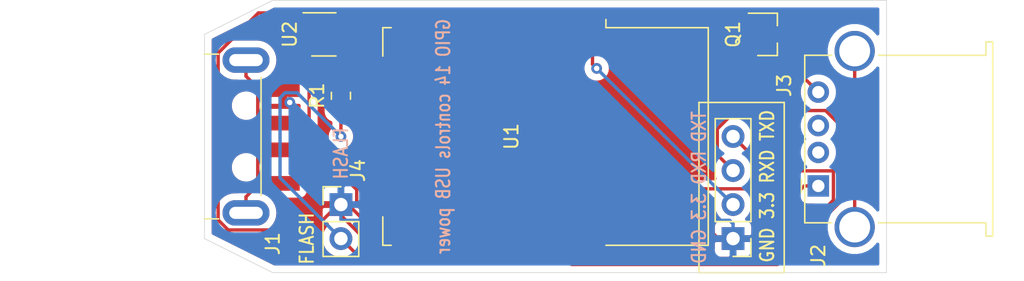
<source format=kicad_pcb>
(kicad_pcb (version 20171130) (host pcbnew 5.1.5-52549c5~84~ubuntu19.10.1)

  (general
    (thickness 1.6)
    (drawings 15)
    (tracks 126)
    (zones 0)
    (modules 8)
    (nets 29)
  )

  (page A4)
  (layers
    (0 F.Cu signal)
    (31 B.Cu signal)
    (32 B.Adhes user)
    (33 F.Adhes user)
    (34 B.Paste user)
    (35 F.Paste user)
    (36 B.SilkS user)
    (37 F.SilkS user)
    (38 B.Mask user)
    (39 F.Mask user)
    (40 Dwgs.User user)
    (41 Cmts.User user)
    (42 Eco1.User user)
    (43 Eco2.User user)
    (44 Edge.Cuts user)
    (45 Margin user)
    (46 B.CrtYd user)
    (47 F.CrtYd user)
    (48 B.Fab user)
    (49 F.Fab user)
  )

  (setup
    (last_trace_width 0.25)
    (trace_clearance 0.2)
    (zone_clearance 0.508)
    (zone_45_only no)
    (trace_min 0.2)
    (via_size 0.8)
    (via_drill 0.4)
    (via_min_size 0.4)
    (via_min_drill 0.3)
    (uvia_size 0.3)
    (uvia_drill 0.1)
    (uvias_allowed no)
    (uvia_min_size 0.2)
    (uvia_min_drill 0.1)
    (edge_width 0.05)
    (segment_width 0.2)
    (pcb_text_width 0.3)
    (pcb_text_size 1.5 1.5)
    (mod_edge_width 0.12)
    (mod_text_size 1 1)
    (mod_text_width 0.15)
    (pad_size 1.524 1.524)
    (pad_drill 0.762)
    (pad_to_mask_clearance 0.051)
    (solder_mask_min_width 0.25)
    (aux_axis_origin 0 0)
    (visible_elements FFFFFF7F)
    (pcbplotparams
      (layerselection 0x010fc_ffffffff)
      (usegerberextensions false)
      (usegerberattributes false)
      (usegerberadvancedattributes false)
      (creategerberjobfile false)
      (excludeedgelayer true)
      (linewidth 0.100000)
      (plotframeref false)
      (viasonmask false)
      (mode 1)
      (useauxorigin false)
      (hpglpennumber 1)
      (hpglpenspeed 20)
      (hpglpendiameter 15.000000)
      (psnegative false)
      (psa4output false)
      (plotreference true)
      (plotvalue true)
      (plotinvisibletext false)
      (padsonsilk false)
      (subtractmaskfromsilk false)
      (outputformat 1)
      (mirror false)
      (drillshape 1)
      (scaleselection 1)
      (outputdirectory ""))
  )

  (net 0 "")
  (net 1 "Net-(U1-Pad20)")
  (net 2 "Net-(U1-Pad19)")
  (net 3 "Net-(U1-Pad14)")
  (net 4 "Net-(U1-Pad13)")
  (net 5 "Net-(U1-Pad12)")
  (net 6 "Net-(U1-Pad11)")
  (net 7 "Net-(U1-Pad10)")
  (net 8 "Net-(U1-Pad9)")
  (net 9 "Net-(U1-Pad7)")
  (net 10 "Net-(U1-Pad6)")
  (net 11 "Net-(U1-Pad4)")
  (net 12 "Net-(U1-Pad2)")
  (net 13 "Net-(J1-Pad3)")
  (net 14 "Net-(J1-Pad2)")
  (net 15 "Net-(U2-Pad4)")
  (net 16 "Net-(J2-Pad4)")
  (net 17 "Net-(J2-Pad3)")
  (net 18 "Net-(J2-Pad2)")
  (net 19 "Net-(Q1-Pad1)")
  (net 20 GND)
  (net 21 "Net-(J3-Pad4)")
  (net 22 "Net-(J3-Pad3)")
  (net 23 "Net-(J4-Pad2)")
  (net 24 "Net-(U1-Pad17)")
  (net 25 "Net-(J1-Pad5)")
  (net 26 VBUS)
  (net 27 "Net-(J2-Pad5)")
  (net 28 +3V3)

  (net_class Default "This is the default net class."
    (clearance 0.2)
    (trace_width 0.25)
    (via_dia 0.8)
    (via_drill 0.4)
    (uvia_dia 0.3)
    (uvia_drill 0.1)
    (add_net +3V3)
    (add_net GND)
    (add_net "Net-(J1-Pad2)")
    (add_net "Net-(J1-Pad3)")
    (add_net "Net-(J1-Pad5)")
    (add_net "Net-(J2-Pad2)")
    (add_net "Net-(J2-Pad3)")
    (add_net "Net-(J2-Pad4)")
    (add_net "Net-(J2-Pad5)")
    (add_net "Net-(J3-Pad3)")
    (add_net "Net-(J3-Pad4)")
    (add_net "Net-(J4-Pad2)")
    (add_net "Net-(Q1-Pad1)")
    (add_net "Net-(U1-Pad10)")
    (add_net "Net-(U1-Pad11)")
    (add_net "Net-(U1-Pad12)")
    (add_net "Net-(U1-Pad13)")
    (add_net "Net-(U1-Pad14)")
    (add_net "Net-(U1-Pad17)")
    (add_net "Net-(U1-Pad19)")
    (add_net "Net-(U1-Pad2)")
    (add_net "Net-(U1-Pad20)")
    (add_net "Net-(U1-Pad4)")
    (add_net "Net-(U1-Pad6)")
    (add_net "Net-(U1-Pad7)")
    (add_net "Net-(U1-Pad9)")
    (add_net "Net-(U2-Pad4)")
    (add_net VBUS)
  )

  (module Resistor_SMD:R_0805_2012Metric (layer F.Cu) (tedit 5B36C52B) (tstamp 5DE37CFA)
    (at 116.84 90.94 270)
    (descr "Resistor SMD 0805 (2012 Metric), square (rectangular) end terminal, IPC_7351 nominal, (Body size source: https://docs.google.com/spreadsheets/d/1BsfQQcO9C6DZCsRaXUlFlo91Tg2WpOkGARC1WS5S8t0/edit?usp=sharing), generated with kicad-footprint-generator")
    (tags resistor)
    (path /5DE8C55A)
    (attr smd)
    (fp_text reference R1 (at 0 1.77 90) (layer F.SilkS)
      (effects (font (size 1 1) (thickness 0.15)))
    )
    (fp_text value R10K (at 0 1.65 90) (layer F.Fab)
      (effects (font (size 1 1) (thickness 0.15)))
    )
    (fp_text user %R (at 0 0 90) (layer F.Fab)
      (effects (font (size 0.5 0.5) (thickness 0.08)))
    )
    (fp_line (start 1.68 0.95) (end -1.68 0.95) (layer F.CrtYd) (width 0.05))
    (fp_line (start 1.68 -0.95) (end 1.68 0.95) (layer F.CrtYd) (width 0.05))
    (fp_line (start -1.68 -0.95) (end 1.68 -0.95) (layer F.CrtYd) (width 0.05))
    (fp_line (start -1.68 0.95) (end -1.68 -0.95) (layer F.CrtYd) (width 0.05))
    (fp_line (start -0.258578 0.71) (end 0.258578 0.71) (layer F.SilkS) (width 0.12))
    (fp_line (start -0.258578 -0.71) (end 0.258578 -0.71) (layer F.SilkS) (width 0.12))
    (fp_line (start 1 0.6) (end -1 0.6) (layer F.Fab) (width 0.1))
    (fp_line (start 1 -0.6) (end 1 0.6) (layer F.Fab) (width 0.1))
    (fp_line (start -1 -0.6) (end 1 -0.6) (layer F.Fab) (width 0.1))
    (fp_line (start -1 0.6) (end -1 -0.6) (layer F.Fab) (width 0.1))
    (pad 2 smd roundrect (at 0.9375 0 270) (size 0.975 1.4) (layers F.Cu F.Paste F.Mask) (roundrect_rratio 0.25)
      (net 23 "Net-(J4-Pad2)"))
    (pad 1 smd roundrect (at -0.9375 0 270) (size 0.975 1.4) (layers F.Cu F.Paste F.Mask) (roundrect_rratio 0.25)
      (net 28 +3V3))
    (model ${KISYS3DMOD}/Resistor_SMD.3dshapes/R_0805_2012Metric.wrl
      (at (xyz 0 0 0))
      (scale (xyz 1 1 1))
      (rotate (xyz 0 0 0))
    )
  )

  (module Connector_PinHeader_2.54mm:PinHeader_1x02_P2.54mm_Vertical (layer F.Cu) (tedit 59FED5CC) (tstamp 5DE36902)
    (at 116.84 99.06)
    (descr "Through hole straight pin header, 1x02, 2.54mm pitch, single row")
    (tags "Through hole pin header THT 1x02 2.54mm single row")
    (path /5DE5CC19)
    (fp_text reference J4 (at 1.27 -2.54 90) (layer F.SilkS)
      (effects (font (size 1 1) (thickness 0.15)))
    )
    (fp_text value Conn_01x02 (at 0 4.87) (layer F.Fab)
      (effects (font (size 1 1) (thickness 0.15)))
    )
    (fp_text user %R (at 0 1.27 90) (layer F.Fab)
      (effects (font (size 1 1) (thickness 0.15)))
    )
    (fp_line (start 1.8 -1.8) (end -1.8 -1.8) (layer F.CrtYd) (width 0.05))
    (fp_line (start 1.8 4.35) (end 1.8 -1.8) (layer F.CrtYd) (width 0.05))
    (fp_line (start -1.8 4.35) (end 1.8 4.35) (layer F.CrtYd) (width 0.05))
    (fp_line (start -1.8 -1.8) (end -1.8 4.35) (layer F.CrtYd) (width 0.05))
    (fp_line (start -1.33 -1.33) (end 0 -1.33) (layer F.SilkS) (width 0.12))
    (fp_line (start -1.33 0) (end -1.33 -1.33) (layer F.SilkS) (width 0.12))
    (fp_line (start -1.33 1.27) (end 1.33 1.27) (layer F.SilkS) (width 0.12))
    (fp_line (start 1.33 1.27) (end 1.33 3.87) (layer F.SilkS) (width 0.12))
    (fp_line (start -1.33 1.27) (end -1.33 3.87) (layer F.SilkS) (width 0.12))
    (fp_line (start -1.33 3.87) (end 1.33 3.87) (layer F.SilkS) (width 0.12))
    (fp_line (start -1.27 -0.635) (end -0.635 -1.27) (layer F.Fab) (width 0.1))
    (fp_line (start -1.27 3.81) (end -1.27 -0.635) (layer F.Fab) (width 0.1))
    (fp_line (start 1.27 3.81) (end -1.27 3.81) (layer F.Fab) (width 0.1))
    (fp_line (start 1.27 -1.27) (end 1.27 3.81) (layer F.Fab) (width 0.1))
    (fp_line (start -0.635 -1.27) (end 1.27 -1.27) (layer F.Fab) (width 0.1))
    (pad 2 thru_hole oval (at 0 2.54) (size 1.7 1.7) (drill 1) (layers *.Cu *.Mask)
      (net 23 "Net-(J4-Pad2)"))
    (pad 1 thru_hole rect (at 0 0) (size 1.7 1.7) (drill 1) (layers *.Cu *.Mask)
      (net 20 GND))
    (model ${KISYS3DMOD}/Connector_PinHeader_2.54mm.3dshapes/PinHeader_1x02_P2.54mm_Vertical.wrl
      (at (xyz 0 0 0))
      (scale (xyz 1 1 1))
      (rotate (xyz 0 0 0))
    )
  )

  (module Connector_PinHeader_2.54mm:PinHeader_1x04_P2.54mm_Vertical (layer F.Cu) (tedit 59FED5CC) (tstamp 5DE34EDC)
    (at 146.05 101.6 180)
    (descr "Through hole straight pin header, 1x04, 2.54mm pitch, single row")
    (tags "Through hole pin header THT 1x04 2.54mm single row")
    (path /5DE4423D)
    (fp_text reference J3 (at -3.81 11.43 90) (layer F.SilkS)
      (effects (font (size 1 1) (thickness 0.15)))
    )
    (fp_text value Conn_01x04 (at 0 9.95) (layer F.Fab)
      (effects (font (size 1 1) (thickness 0.15)))
    )
    (fp_text user %R (at 0 3.81 90) (layer F.Fab)
      (effects (font (size 1 1) (thickness 0.15)))
    )
    (fp_line (start 1.8 -1.8) (end -1.8 -1.8) (layer F.CrtYd) (width 0.05))
    (fp_line (start 1.8 9.4) (end 1.8 -1.8) (layer F.CrtYd) (width 0.05))
    (fp_line (start -1.8 9.4) (end 1.8 9.4) (layer F.CrtYd) (width 0.05))
    (fp_line (start -1.8 -1.8) (end -1.8 9.4) (layer F.CrtYd) (width 0.05))
    (fp_line (start -1.33 -1.33) (end 0 -1.33) (layer F.SilkS) (width 0.12))
    (fp_line (start -1.33 0) (end -1.33 -1.33) (layer F.SilkS) (width 0.12))
    (fp_line (start -1.33 1.27) (end 1.33 1.27) (layer F.SilkS) (width 0.12))
    (fp_line (start 1.33 1.27) (end 1.33 8.95) (layer F.SilkS) (width 0.12))
    (fp_line (start -1.33 1.27) (end -1.33 8.95) (layer F.SilkS) (width 0.12))
    (fp_line (start -1.33 8.95) (end 1.33 8.95) (layer F.SilkS) (width 0.12))
    (fp_line (start -1.27 -0.635) (end -0.635 -1.27) (layer F.Fab) (width 0.1))
    (fp_line (start -1.27 8.89) (end -1.27 -0.635) (layer F.Fab) (width 0.1))
    (fp_line (start 1.27 8.89) (end -1.27 8.89) (layer F.Fab) (width 0.1))
    (fp_line (start 1.27 -1.27) (end 1.27 8.89) (layer F.Fab) (width 0.1))
    (fp_line (start -0.635 -1.27) (end 1.27 -1.27) (layer F.Fab) (width 0.1))
    (pad 4 thru_hole oval (at 0 7.62 180) (size 1.7 1.7) (drill 1) (layers *.Cu *.Mask)
      (net 21 "Net-(J3-Pad4)"))
    (pad 3 thru_hole oval (at 0 5.08 180) (size 1.7 1.7) (drill 1) (layers *.Cu *.Mask)
      (net 22 "Net-(J3-Pad3)"))
    (pad 2 thru_hole oval (at 0 2.54 180) (size 1.7 1.7) (drill 1) (layers *.Cu *.Mask)
      (net 28 +3V3))
    (pad 1 thru_hole rect (at 0 0 180) (size 1.7 1.7) (drill 1) (layers *.Cu *.Mask)
      (net 20 GND))
    (model ${KISYS3DMOD}/Connector_PinHeader_2.54mm.3dshapes/PinHeader_1x04_P2.54mm_Vertical.wrl
      (at (xyz 0 0 0))
      (scale (xyz 1 1 1))
      (rotate (xyz 0 0 0))
    )
  )

  (module Package_TO_SOT_SMD:SOT-23 (layer F.Cu) (tedit 5A02FF57) (tstamp 5DE2ED7F)
    (at 148.59 86.36)
    (descr "SOT-23, Standard")
    (tags SOT-23)
    (path /5DE386B7)
    (attr smd)
    (fp_text reference Q1 (at -2.54 0 90) (layer F.SilkS)
      (effects (font (size 1 1) (thickness 0.15)))
    )
    (fp_text value 2N7002E (at 0 2.5) (layer F.Fab)
      (effects (font (size 1 1) (thickness 0.15)))
    )
    (fp_line (start 0.76 1.58) (end -0.7 1.58) (layer F.SilkS) (width 0.12))
    (fp_line (start 0.76 -1.58) (end -1.4 -1.58) (layer F.SilkS) (width 0.12))
    (fp_line (start -1.7 1.75) (end -1.7 -1.75) (layer F.CrtYd) (width 0.05))
    (fp_line (start 1.7 1.75) (end -1.7 1.75) (layer F.CrtYd) (width 0.05))
    (fp_line (start 1.7 -1.75) (end 1.7 1.75) (layer F.CrtYd) (width 0.05))
    (fp_line (start -1.7 -1.75) (end 1.7 -1.75) (layer F.CrtYd) (width 0.05))
    (fp_line (start 0.76 -1.58) (end 0.76 -0.65) (layer F.SilkS) (width 0.12))
    (fp_line (start 0.76 1.58) (end 0.76 0.65) (layer F.SilkS) (width 0.12))
    (fp_line (start -0.7 1.52) (end 0.7 1.52) (layer F.Fab) (width 0.1))
    (fp_line (start 0.7 -1.52) (end 0.7 1.52) (layer F.Fab) (width 0.1))
    (fp_line (start -0.7 -0.95) (end -0.15 -1.52) (layer F.Fab) (width 0.1))
    (fp_line (start -0.15 -1.52) (end 0.7 -1.52) (layer F.Fab) (width 0.1))
    (fp_line (start -0.7 -0.95) (end -0.7 1.5) (layer F.Fab) (width 0.1))
    (fp_text user %R (at 0 0 90) (layer F.Fab)
      (effects (font (size 0.5 0.5) (thickness 0.075)))
    )
    (pad 3 smd rect (at 1 0) (size 0.9 0.8) (layers F.Cu F.Paste F.Mask)
      (net 16 "Net-(J2-Pad4)"))
    (pad 2 smd rect (at -1 0.95) (size 0.9 0.8) (layers F.Cu F.Paste F.Mask)
      (net 20 GND))
    (pad 1 smd rect (at -1 -0.95) (size 0.9 0.8) (layers F.Cu F.Paste F.Mask)
      (net 19 "Net-(Q1-Pad1)"))
    (model ${KISYS3DMOD}/Package_TO_SOT_SMD.3dshapes/SOT-23.wrl
      (at (xyz 0 0 0))
      (scale (xyz 1 1 1))
      (rotate (xyz 0 0 0))
    )
  )

  (module Connector_USB:USB_A_Stewart_SS-52100-001_Horizontal (layer F.Cu) (tedit 5CB49A87) (tstamp 5DE2E87C)
    (at 152.4 97.67 90)
    (descr "USB A connector https://belfuse.com/resources/drawings/stewartconnector/dr-stw-ss-52100-001.pdf")
    (tags "USB_A Female Connector receptacle")
    (path /5DE34A4B)
    (fp_text reference J2 (at -5.2 0 90) (layer F.SilkS)
      (effects (font (size 1 1) (thickness 0.15)))
    )
    (fp_text value USB_A (at 3.5 14.49 90) (layer F.Fab)
      (effects (font (size 1 1) (thickness 0.15)))
    )
    (fp_line (start -5.15 1.99) (end -4.25 0.69) (layer F.CrtYd) (width 0.05))
    (fp_line (start -5.15 3.44) (end -5.15 1.99) (layer F.CrtYd) (width 0.05))
    (fp_line (start -3.25 4.74) (end -4.25 4.74) (layer F.CrtYd) (width 0.05))
    (fp_line (start -5.15 3.44) (end -4.25 4.74) (layer F.CrtYd) (width 0.05))
    (fp_line (start -3.25 0.69) (end -4.25 0.69) (layer F.CrtYd) (width 0.05))
    (fp_line (start 12.15 3.44) (end 11.25 4.74) (layer F.CrtYd) (width 0.05))
    (fp_line (start -3.25 0.69) (end -3.25 -1.51) (layer F.CrtYd) (width 0.05))
    (fp_line (start 10.25 -1.51) (end -3.25 -1.51) (layer F.CrtYd) (width 0.05))
    (fp_line (start 10.25 0.69) (end 10.25 -1.51) (layer F.CrtYd) (width 0.05))
    (fp_line (start 12.15 1.99) (end 12.15 3.44) (layer F.CrtYd) (width 0.05))
    (fp_line (start 10.25 0.69) (end 11.25 0.69) (layer F.CrtYd) (width 0.05))
    (fp_line (start 12.15 1.99) (end 11.25 0.69) (layer F.CrtYd) (width 0.05))
    (fp_line (start 10.75 12.49) (end 10.75 12.99) (layer F.Fab) (width 0.1))
    (fp_line (start 9.75 12.49) (end 10.75 12.49) (layer F.Fab) (width 0.1))
    (fp_line (start -3.75 12.49) (end -2.75 12.49) (layer F.Fab) (width 0.1))
    (fp_line (start -3.75 12.99) (end -3.75 12.49) (layer F.Fab) (width 0.1))
    (fp_line (start -3.75 12.99) (end 10.75 12.99) (layer F.Fab) (width 0.1))
    (fp_line (start -2.75 12.49) (end -2.75 -1.01) (layer F.Fab) (width 0.1))
    (fp_line (start -2.75 -1.01) (end 9.75 -1.01) (layer F.Fab) (width 0.1))
    (fp_line (start 9.75 12.49) (end 9.75 -1.01) (layer F.Fab) (width 0.1))
    (fp_text user %R (at 3.5 5.99 90) (layer F.Fab)
      (effects (font (size 1 1) (thickness 0.15)))
    )
    (fp_line (start -3.75 12.99) (end 10.75 12.99) (layer F.SilkS) (width 0.12))
    (fp_line (start 10.75 12.99) (end 10.75 12.49) (layer F.SilkS) (width 0.12))
    (fp_line (start 10.75 12.49) (end 9.75 12.49) (layer F.SilkS) (width 0.12))
    (fp_line (start 9.75 12.49) (end 9.75 4.49) (layer F.SilkS) (width 0.12))
    (fp_line (start 9.75 0.99) (end 9.75 -1.01) (layer F.SilkS) (width 0.12))
    (fp_line (start 9.75 -1.01) (end -2.75 -1.01) (layer F.SilkS) (width 0.12))
    (fp_line (start -2.75 -1.01) (end -2.75 0.99) (layer F.SilkS) (width 0.12))
    (fp_line (start -2.75 4.49) (end -2.75 12.49) (layer F.SilkS) (width 0.12))
    (fp_line (start -2.75 12.49) (end -3.75 12.49) (layer F.SilkS) (width 0.12))
    (fp_line (start -3.75 12.49) (end -3.75 12.99) (layer F.SilkS) (width 0.12))
    (fp_line (start -0.5 -1.26) (end 0.5 -1.26) (layer F.SilkS) (width 0.12))
    (fp_line (start -0.25 -1.01) (end 0 -0.76) (layer F.Fab) (width 0.1))
    (fp_line (start 0 -0.76) (end 0.25 -1.01) (layer F.Fab) (width 0.1))
    (fp_line (start -3.25 4.74) (end -3.25 11.99) (layer F.CrtYd) (width 0.05))
    (fp_line (start -3.25 11.99) (end -4.25 11.99) (layer F.CrtYd) (width 0.05))
    (fp_line (start -4.25 11.99) (end -4.25 13.49) (layer F.CrtYd) (width 0.05))
    (fp_line (start -4.25 13.49) (end 11.25 13.49) (layer F.CrtYd) (width 0.05))
    (fp_line (start 11.25 13.49) (end 11.25 11.99) (layer F.CrtYd) (width 0.05))
    (fp_line (start 11.25 11.99) (end 10.25 11.99) (layer F.CrtYd) (width 0.05))
    (fp_line (start 10.25 11.99) (end 10.25 4.74) (layer F.CrtYd) (width 0.05))
    (fp_line (start 10.25 4.74) (end 11.25 4.74) (layer F.CrtYd) (width 0.05))
    (pad 4 thru_hole circle (at 7 0 90) (size 1.6 1.6) (drill 0.92) (layers *.Cu *.Mask)
      (net 16 "Net-(J2-Pad4)"))
    (pad 3 thru_hole circle (at 4.5 0 90) (size 1.6 1.6) (drill 0.92) (layers *.Cu *.Mask)
      (net 17 "Net-(J2-Pad3)"))
    (pad 2 thru_hole circle (at 2.5 0 90) (size 1.6 1.6) (drill 0.92) (layers *.Cu *.Mask)
      (net 18 "Net-(J2-Pad2)"))
    (pad 1 thru_hole rect (at 0 0 90) (size 1.6 1.6) (drill 0.92) (layers *.Cu *.Mask)
      (net 26 VBUS))
    (pad 5 thru_hole circle (at -3.07 2.71 90) (size 3 3) (drill 2.3) (layers *.Cu *.Mask)
      (net 27 "Net-(J2-Pad5)"))
    (pad 5 thru_hole circle (at 10.07 2.71 90) (size 3 3) (drill 2.3) (layers *.Cu *.Mask)
      (net 27 "Net-(J2-Pad5)"))
    (model ${KISYS3DMOD}/Connector_USB.3dshapes/USB_A_Stewart_SS-52100-001_Horizontal.wrl
      (at (xyz 0 0 0))
      (scale (xyz 1 1 1))
      (rotate (xyz 0 0 0))
    )
  )

  (module Package_TO_SOT_SMD:SOT-23-5 (layer F.Cu) (tedit 5A02FF57) (tstamp 5DE2E186)
    (at 115.57 86.36)
    (descr "5-pin SOT23 package")
    (tags SOT-23-5)
    (path /5DE30043)
    (attr smd)
    (fp_text reference U2 (at -2.54 0 90) (layer F.SilkS)
      (effects (font (size 1 1) (thickness 0.15)))
    )
    (fp_text value TLV75533PDBV (at 0 2.9) (layer F.Fab)
      (effects (font (size 1 1) (thickness 0.15)))
    )
    (fp_line (start 0.9 -1.55) (end 0.9 1.55) (layer F.Fab) (width 0.1))
    (fp_line (start 0.9 1.55) (end -0.9 1.55) (layer F.Fab) (width 0.1))
    (fp_line (start -0.9 -0.9) (end -0.9 1.55) (layer F.Fab) (width 0.1))
    (fp_line (start 0.9 -1.55) (end -0.25 -1.55) (layer F.Fab) (width 0.1))
    (fp_line (start -0.9 -0.9) (end -0.25 -1.55) (layer F.Fab) (width 0.1))
    (fp_line (start -1.9 1.8) (end -1.9 -1.8) (layer F.CrtYd) (width 0.05))
    (fp_line (start 1.9 1.8) (end -1.9 1.8) (layer F.CrtYd) (width 0.05))
    (fp_line (start 1.9 -1.8) (end 1.9 1.8) (layer F.CrtYd) (width 0.05))
    (fp_line (start -1.9 -1.8) (end 1.9 -1.8) (layer F.CrtYd) (width 0.05))
    (fp_line (start 0.9 -1.61) (end -1.55 -1.61) (layer F.SilkS) (width 0.12))
    (fp_line (start -0.9 1.61) (end 0.9 1.61) (layer F.SilkS) (width 0.12))
    (fp_text user %R (at 0 0 90) (layer F.Fab)
      (effects (font (size 0.5 0.5) (thickness 0.075)))
    )
    (pad 5 smd rect (at 1.1 -0.95) (size 1.06 0.65) (layers F.Cu F.Paste F.Mask)
      (net 28 +3V3))
    (pad 4 smd rect (at 1.1 0.95) (size 1.06 0.65) (layers F.Cu F.Paste F.Mask)
      (net 15 "Net-(U2-Pad4)"))
    (pad 3 smd rect (at -1.1 0.95) (size 1.06 0.65) (layers F.Cu F.Paste F.Mask)
      (net 26 VBUS))
    (pad 2 smd rect (at -1.1 0) (size 1.06 0.65) (layers F.Cu F.Paste F.Mask)
      (net 20 GND))
    (pad 1 smd rect (at -1.1 -0.95) (size 1.06 0.65) (layers F.Cu F.Paste F.Mask)
      (net 26 VBUS))
    (model ${KISYS3DMOD}/Package_TO_SOT_SMD.3dshapes/SOT-23-5.wrl
      (at (xyz 0 0 0))
      (scale (xyz 1 1 1))
      (rotate (xyz 0 0 0))
    )
  )

  (module Connector_USB:USB_A_CNCTech_1001-011-01101_Horizontal (layer F.Cu) (tedit 5AFEF547) (tstamp 5DE2D7EB)
    (at 102.87 93.98 180)
    (descr http://cnctech.us/pdfs/1001-011-01101.pdf)
    (tags USB-A)
    (path /5DE2D593)
    (attr smd)
    (fp_text reference J1 (at -8.89 -8 270) (layer F.SilkS)
      (effects (font (size 1 1) (thickness 0.15)))
    )
    (fp_text value USB_A (at 0 8 180) (layer F.Fab)
      (effects (font (size 1 1) (thickness 0.15)))
    )
    (fp_line (start -11.4 4.55) (end -9.15 4.55) (layer F.CrtYd) (width 0.05))
    (fp_line (start -9.15 4.55) (end -9.15 7.15) (layer F.CrtYd) (width 0.05))
    (fp_line (start -9.15 7.15) (end -4.65 7.15) (layer F.CrtYd) (width 0.05))
    (fp_line (start -4.65 7.15) (end -4.65 6.52) (layer F.CrtYd) (width 0.05))
    (fp_line (start -4.65 6.52) (end 11.4 6.52) (layer F.CrtYd) (width 0.05))
    (fp_text user %R (at -6 0 90) (layer F.Fab)
      (effects (font (size 1 1) (thickness 0.15)))
    )
    (fp_line (start 11.4 6.52) (end 11.4 -6.52) (layer F.CrtYd) (width 0.05))
    (fp_line (start -4.65 -6.52) (end 11.4 -6.52) (layer F.CrtYd) (width 0.05))
    (fp_line (start -4.65 -6.52) (end -4.65 -7.15) (layer F.CrtYd) (width 0.05))
    (fp_line (start -9.15 -7.15) (end -4.65 -7.15) (layer F.CrtYd) (width 0.05))
    (fp_line (start -9.15 -7.15) (end -9.15 -4.55) (layer F.CrtYd) (width 0.05))
    (fp_line (start -11.4 -4.55) (end -9.15 -4.55) (layer F.CrtYd) (width 0.05))
    (fp_line (start -11.4 4.55) (end -11.4 -4.55) (layer F.CrtYd) (width 0.05))
    (fp_line (start -4.85 6.145) (end -3.8 6.145) (layer F.SilkS) (width 0.12))
    (fp_line (start -4.85 -6.145) (end -3.8 -6.145) (layer F.SilkS) (width 0.12))
    (fp_text user "PCB Edge" (at -4.55 -0.05 90) (layer Dwgs.User)
      (effects (font (size 0.6 0.6) (thickness 0.09)))
    )
    (fp_line (start -3.8 6.025) (end -3.8 -6.025) (layer Dwgs.User) (width 0.1))
    (fp_line (start -8.02 -4.4) (end -8.02 4.4) (layer F.SilkS) (width 0.12))
    (fp_circle (center -6.9 2.3) (end -6.9 2.8) (layer F.Fab) (width 0.1))
    (fp_circle (center -6.9 -2.3) (end -6.9 -2.8) (layer F.Fab) (width 0.1))
    (fp_line (start -10.4 -3.25) (end -7.9 -3.25) (layer F.Fab) (width 0.1))
    (fp_line (start -10.4 -3.25) (end -10.4 -3.75) (layer F.Fab) (width 0.1))
    (fp_line (start -10.4 -3.75) (end -7.9 -3.75) (layer F.Fab) (width 0.1))
    (fp_line (start -10.4 -1.25) (end -7.9 -1.25) (layer F.Fab) (width 0.1))
    (fp_line (start -10.4 -0.75) (end -7.9 -0.75) (layer F.Fab) (width 0.1))
    (fp_line (start -10.4 -0.75) (end -10.4 -1.25) (layer F.Fab) (width 0.1))
    (fp_line (start -10.4 1.25) (end -7.9 1.25) (layer F.Fab) (width 0.1))
    (fp_line (start -10.4 1.25) (end -10.4 0.75) (layer F.Fab) (width 0.1))
    (fp_line (start -10.4 0.75) (end -7.9 0.75) (layer F.Fab) (width 0.1))
    (fp_line (start -10.4 3.75) (end -7.9 3.75) (layer F.Fab) (width 0.1))
    (fp_line (start -10.4 3.25) (end -7.9 3.25) (layer F.Fab) (width 0.1))
    (fp_line (start -10.4 3.75) (end -10.4 3.25) (layer F.Fab) (width 0.1))
    (fp_line (start 10.9 6.025) (end 10.9 -6.025) (layer F.Fab) (width 0.1))
    (fp_line (start -7.9 6.025) (end 10.9 6.025) (layer F.Fab) (width 0.1))
    (fp_line (start -7.9 -6.025) (end 10.9 -6.025) (layer F.Fab) (width 0.1))
    (fp_line (start -7.9 6.025) (end -7.9 -6.025) (layer F.Fab) (width 0.1))
    (pad "" np_thru_hole circle (at -6.9 2.3 180) (size 1.1 1.1) (drill 1.1) (layers *.Cu *.Mask))
    (pad "" np_thru_hole circle (at -6.9 -2.3 180) (size 1.1 1.1) (drill 1.1) (layers *.Cu *.Mask))
    (pad 5 thru_hole oval (at -6.9 5.7 180) (size 3.5 1.9) (drill oval 2.5 0.9) (layers *.Cu *.Mask)
      (net 25 "Net-(J1-Pad5)"))
    (pad 5 thru_hole oval (at -6.9 -5.7 180) (size 3.5 1.9) (drill oval 2.5 0.9) (layers *.Cu *.Mask)
      (net 25 "Net-(J1-Pad5)"))
    (pad 4 smd rect (at -9.65 3.5 180) (size 2.5 1.1) (layers F.Cu F.Paste F.Mask)
      (net 20 GND))
    (pad 1 smd rect (at -9.65 -3.5 180) (size 2.5 1.1) (layers F.Cu F.Paste F.Mask)
      (net 26 VBUS))
    (pad 3 smd rect (at -9.65 1 180) (size 2.5 1.1) (layers F.Cu F.Paste F.Mask)
      (net 13 "Net-(J1-Pad3)"))
    (pad 2 smd rect (at -9.65 -1 180) (size 2.5 1.1) (layers F.Cu F.Paste F.Mask)
      (net 14 "Net-(J1-Pad2)"))
    (model ${KISYS3DMOD}/Connector_USB.3dshapes/USB_A_CNCTech_1001-011-01101_Horizontal.wrl
      (at (xyz 0 0 0))
      (scale (xyz 1 1 1))
      (rotate (xyz 0 0 0))
    )
  )

  (module RF_Module:ESP-12E (layer F.Cu) (tedit 5A030172) (tstamp 5DE2CF77)
    (at 132.08 93.98 270)
    (descr "Wi-Fi Module, http://wiki.ai-thinker.com/_media/esp8266/docs/aithinker_esp_12f_datasheet_en.pdf")
    (tags "Wi-Fi Module")
    (path /5DE2CF3E)
    (attr smd)
    (fp_text reference U1 (at 0 2.54 90) (layer F.SilkS)
      (effects (font (size 1 1) (thickness 0.15)))
    )
    (fp_text value ESP-12F (at -0.06 -12.78 90) (layer F.Fab)
      (effects (font (size 1 1) (thickness 0.15)))
    )
    (fp_line (start 5.56 -4.8) (end 8.12 -7.36) (layer Dwgs.User) (width 0.12))
    (fp_line (start 2.56 -4.8) (end 8.12 -10.36) (layer Dwgs.User) (width 0.12))
    (fp_line (start -0.44 -4.8) (end 6.88 -12.12) (layer Dwgs.User) (width 0.12))
    (fp_line (start -3.44 -4.8) (end 3.88 -12.12) (layer Dwgs.User) (width 0.12))
    (fp_line (start -6.44 -4.8) (end 0.88 -12.12) (layer Dwgs.User) (width 0.12))
    (fp_line (start -8.12 -6.12) (end -2.12 -12.12) (layer Dwgs.User) (width 0.12))
    (fp_line (start -8.12 -9.12) (end -5.12 -12.12) (layer Dwgs.User) (width 0.12))
    (fp_line (start -8.12 -4.8) (end -8.12 -12.12) (layer Dwgs.User) (width 0.12))
    (fp_line (start 8.12 -4.8) (end -8.12 -4.8) (layer Dwgs.User) (width 0.12))
    (fp_line (start 8.12 -12.12) (end 8.12 -4.8) (layer Dwgs.User) (width 0.12))
    (fp_line (start -8.12 -12.12) (end 8.12 -12.12) (layer Dwgs.User) (width 0.12))
    (fp_line (start -8.12 -4.5) (end -8.73 -4.5) (layer F.SilkS) (width 0.12))
    (fp_line (start -8.12 -4.5) (end -8.12 -12.12) (layer F.SilkS) (width 0.12))
    (fp_line (start -8.12 12.12) (end -8.12 11.5) (layer F.SilkS) (width 0.12))
    (fp_line (start -6 12.12) (end -8.12 12.12) (layer F.SilkS) (width 0.12))
    (fp_line (start 8.12 12.12) (end 6 12.12) (layer F.SilkS) (width 0.12))
    (fp_line (start 8.12 11.5) (end 8.12 12.12) (layer F.SilkS) (width 0.12))
    (fp_line (start 8.12 -12.12) (end 8.12 -4.5) (layer F.SilkS) (width 0.12))
    (fp_line (start -8.12 -12.12) (end 8.12 -12.12) (layer F.SilkS) (width 0.12))
    (fp_line (start -9.05 13.1) (end -9.05 -12.2) (layer F.CrtYd) (width 0.05))
    (fp_line (start 9.05 13.1) (end -9.05 13.1) (layer F.CrtYd) (width 0.05))
    (fp_line (start 9.05 -12.2) (end 9.05 13.1) (layer F.CrtYd) (width 0.05))
    (fp_line (start -9.05 -12.2) (end 9.05 -12.2) (layer F.CrtYd) (width 0.05))
    (fp_line (start -8 -4) (end -8 -12) (layer F.Fab) (width 0.12))
    (fp_line (start -7.5 -3.5) (end -8 -4) (layer F.Fab) (width 0.12))
    (fp_line (start -8 -3) (end -7.5 -3.5) (layer F.Fab) (width 0.12))
    (fp_line (start -8 12) (end -8 -3) (layer F.Fab) (width 0.12))
    (fp_line (start 8 12) (end -8 12) (layer F.Fab) (width 0.12))
    (fp_line (start 8 -12) (end 8 12) (layer F.Fab) (width 0.12))
    (fp_line (start -8 -12) (end 8 -12) (layer F.Fab) (width 0.12))
    (fp_text user %R (at 0.49 -0.8 90) (layer F.Fab)
      (effects (font (size 1 1) (thickness 0.15)))
    )
    (fp_text user "KEEP-OUT ZONE" (at 0.03 -9.55 270) (layer Cmts.User)
      (effects (font (size 1 1) (thickness 0.15)))
    )
    (fp_text user Antenna (at -0.06 -7 270) (layer Cmts.User)
      (effects (font (size 1 1) (thickness 0.15)))
    )
    (pad 22 smd rect (at 7.6 -3.5 270) (size 2.5 1) (layers F.Cu F.Paste F.Mask)
      (net 21 "Net-(J3-Pad4)"))
    (pad 21 smd rect (at 7.6 -1.5 270) (size 2.5 1) (layers F.Cu F.Paste F.Mask)
      (net 22 "Net-(J3-Pad3)"))
    (pad 20 smd rect (at 7.6 0.5 270) (size 2.5 1) (layers F.Cu F.Paste F.Mask)
      (net 1 "Net-(U1-Pad20)"))
    (pad 19 smd rect (at 7.6 2.5 270) (size 2.5 1) (layers F.Cu F.Paste F.Mask)
      (net 2 "Net-(U1-Pad19)"))
    (pad 18 smd rect (at 7.6 4.5 270) (size 2.5 1) (layers F.Cu F.Paste F.Mask)
      (net 23 "Net-(J4-Pad2)"))
    (pad 17 smd rect (at 7.6 6.5 270) (size 2.5 1) (layers F.Cu F.Paste F.Mask)
      (net 24 "Net-(U1-Pad17)"))
    (pad 16 smd rect (at 7.6 8.5 270) (size 2.5 1) (layers F.Cu F.Paste F.Mask)
      (net 20 GND))
    (pad 15 smd rect (at 7.6 10.5 270) (size 2.5 1) (layers F.Cu F.Paste F.Mask)
      (net 20 GND))
    (pad 14 smd rect (at 5 12 270) (size 1 1.8) (layers F.Cu F.Paste F.Mask)
      (net 3 "Net-(U1-Pad14)"))
    (pad 13 smd rect (at 3 12 270) (size 1 1.8) (layers F.Cu F.Paste F.Mask)
      (net 4 "Net-(U1-Pad13)"))
    (pad 12 smd rect (at 1 12 270) (size 1 1.8) (layers F.Cu F.Paste F.Mask)
      (net 5 "Net-(U1-Pad12)"))
    (pad 11 smd rect (at -1 12 270) (size 1 1.8) (layers F.Cu F.Paste F.Mask)
      (net 6 "Net-(U1-Pad11)"))
    (pad 10 smd rect (at -3 12 270) (size 1 1.8) (layers F.Cu F.Paste F.Mask)
      (net 7 "Net-(U1-Pad10)"))
    (pad 9 smd rect (at -5 12 270) (size 1 1.8) (layers F.Cu F.Paste F.Mask)
      (net 8 "Net-(U1-Pad9)"))
    (pad 8 smd rect (at -7.6 10.5 270) (size 2.5 1) (layers F.Cu F.Paste F.Mask)
      (net 28 +3V3))
    (pad 7 smd rect (at -7.6 8.5 270) (size 2.5 1) (layers F.Cu F.Paste F.Mask)
      (net 9 "Net-(U1-Pad7)"))
    (pad 6 smd rect (at -7.6 6.5 270) (size 2.5 1) (layers F.Cu F.Paste F.Mask)
      (net 10 "Net-(U1-Pad6)"))
    (pad 5 smd rect (at -7.6 4.5 270) (size 2.5 1) (layers F.Cu F.Paste F.Mask)
      (net 19 "Net-(Q1-Pad1)"))
    (pad 4 smd rect (at -7.6 2.5 270) (size 2.5 1) (layers F.Cu F.Paste F.Mask)
      (net 11 "Net-(U1-Pad4)"))
    (pad 3 smd rect (at -7.6 0.5 270) (size 2.5 1) (layers F.Cu F.Paste F.Mask)
      (net 28 +3V3))
    (pad 2 smd rect (at -7.6 -1.5 270) (size 2.5 1) (layers F.Cu F.Paste F.Mask)
      (net 12 "Net-(U1-Pad2)"))
    (pad 1 smd rect (at -7.6 -3.5 270) (size 2.5 1) (layers F.Cu F.Paste F.Mask)
      (net 28 +3V3))
    (model ${KISYS3DMOD}/RF_Module.3dshapes/ESP-12E.wrl
      (at (xyz 0 0 0))
      (scale (xyz 1 1 1))
      (rotate (xyz 0 0 0))
    )
  )

  (gr_text FLASH (at 116.84 95.25 90) (layer B.SilkS) (tstamp 5DE37868)
    (effects (font (size 1 0.85) (thickness 0.15)) (justify mirror))
  )
  (gr_text "TXD RXD 3.3 GND" (at 143.51 97.79 90) (layer B.SilkS) (tstamp 5DE37860)
    (effects (font (size 1 0.85) (thickness 0.15)) (justify mirror))
  )
  (gr_text "GPIO 14 controls USB power\n" (at 124.46 93.98 90) (layer B.SilkS)
    (effects (font (size 1 0.8) (thickness 0.15)) (justify mirror))
  )
  (gr_line (start 111.76 83.82) (end 106.68 86.36) (layer Edge.Cuts) (width 0.05) (tstamp 5DE377F3))
  (gr_line (start 111.76 104.14) (end 106.68 101.6) (layer Edge.Cuts) (width 0.05) (tstamp 5DE377F2))
  (gr_text FLASH (at 114.3 101.6 90) (layer F.SilkS) (tstamp 5DE36B2A)
    (effects (font (size 1 0.85) (thickness 0.15)))
  )
  (gr_line (start 143.51 104.14) (end 143.51 91.44) (layer F.SilkS) (width 0.12) (tstamp 5DE36047))
  (gr_line (start 149.86 104.14) (end 143.51 104.14) (layer F.SilkS) (width 0.12))
  (gr_line (start 149.86 91.44) (end 149.86 104.14) (layer F.SilkS) (width 0.12))
  (gr_line (start 143.51 91.44) (end 149.86 91.44) (layer F.SilkS) (width 0.12))
  (gr_text "GND 3.3 RXD TXD" (at 148.59 97.69 90) (layer F.SilkS)
    (effects (font (size 1 0.85) (thickness 0.15)))
  )
  (gr_line (start 157.48 83.82) (end 111.76 83.82) (layer Edge.Cuts) (width 0.05) (tstamp 5DE35B26))
  (gr_line (start 157.48 104.14) (end 111.76 104.14) (layer Edge.Cuts) (width 0.05) (tstamp 5DE35B23))
  (gr_line (start 106.68 101.6) (end 106.68 86.36) (layer Edge.Cuts) (width 0.05) (tstamp 5DE30ED4))
  (gr_line (start 157.48 83.82) (end 157.48 104.14) (layer Edge.Cuts) (width 0.05))

  (segment (start 149.59 87.86) (end 152.4 90.67) (width 0.25) (layer F.Cu) (net 16))
  (segment (start 149.59 86.36) (end 149.59 87.86) (width 0.25) (layer F.Cu) (net 16))
  (segment (start 127.58 84.88) (end 127.58 86.38) (width 0.25) (layer F.Cu) (net 19))
  (segment (start 146.89 84.76) (end 127.7 84.76) (width 0.25) (layer F.Cu) (net 19))
  (segment (start 147.54 85.41) (end 146.89 84.76) (width 0.25) (layer F.Cu) (net 19))
  (segment (start 127.7 84.76) (end 127.58 84.88) (width 0.25) (layer F.Cu) (net 19))
  (segment (start 147.59 85.41) (end 147.54 85.41) (width 0.25) (layer F.Cu) (net 19))
  (segment (start 146.05 100.5) (end 146.05 101.6) (width 0.25) (layer B.Cu) (net 20))
  (segment (start 145.785001 100.235001) (end 146.05 100.5) (width 0.25) (layer B.Cu) (net 20))
  (segment (start 116.915001 100.235001) (end 145.785001 100.235001) (width 0.25) (layer B.Cu) (net 20))
  (segment (start 116.84 100.16) (end 116.915001 100.235001) (width 0.25) (layer B.Cu) (net 20))
  (segment (start 116.84 99.06) (end 116.84 100.16) (width 0.25) (layer B.Cu) (net 20))
  (segment (start 112.52 85.919998) (end 112.52 89.68) (width 0.25) (layer F.Cu) (net 20))
  (segment (start 113.679999 84.759999) (end 112.52 85.919998) (width 0.25) (layer F.Cu) (net 20))
  (segment (start 115.260001 84.759999) (end 113.679999 84.759999) (width 0.25) (layer F.Cu) (net 20))
  (segment (start 115.325001 86.284999) (end 115.325001 84.824999) (width 0.25) (layer F.Cu) (net 20))
  (segment (start 115.25 86.36) (end 115.325001 86.284999) (width 0.25) (layer F.Cu) (net 20))
  (segment (start 112.52 89.68) (end 112.52 90.48) (width 0.25) (layer F.Cu) (net 20))
  (segment (start 114.47 86.36) (end 115.25 86.36) (width 0.25) (layer F.Cu) (net 20))
  (segment (start 123.58 101.58) (end 121.58 101.58) (width 0.25) (layer F.Cu) (net 20))
  (segment (start 116.84 99.860998) (end 116.84 99.06) (width 0.25) (layer F.Cu) (net 20))
  (segment (start 118.559002 101.58) (end 116.84 99.860998) (width 0.25) (layer F.Cu) (net 20))
  (segment (start 121.58 101.58) (end 118.559002 101.58) (width 0.25) (layer F.Cu) (net 20))
  (via (at 113.03 91.44) (size 0.8) (drill 0.4) (layers F.Cu B.Cu) (net 20))
  (segment (start 112.52 90.48) (end 112.52 90.93) (width 0.25) (layer F.Cu) (net 20))
  (segment (start 112.52 90.93) (end 113.03 91.44) (width 0.25) (layer F.Cu) (net 20))
  (segment (start 116.84 95.25) (end 116.84 99.06) (width 0.25) (layer B.Cu) (net 20))
  (segment (start 113.03 91.44) (end 116.84 95.25) (width 0.25) (layer B.Cu) (net 20))
  (segment (start 143.354999 100.004999) (end 144.95 101.6) (width 0.25) (layer F.Cu) (net 20))
  (segment (start 122.431401 100.455009) (end 122.881411 100.004999) (width 0.25) (layer F.Cu) (net 20))
  (segment (start 117.564991 99.2464) (end 118.7736 100.455009) (width 0.25) (layer F.Cu) (net 20))
  (segment (start 116.45499 99.2464) (end 117.564991 99.2464) (width 0.25) (layer F.Cu) (net 20))
  (segment (start 114.74638 100.95501) (end 116.45499 99.2464) (width 0.25) (layer F.Cu) (net 20))
  (segment (start 108.441874 100.95501) (end 114.74638 100.95501) (width 0.25) (layer F.Cu) (net 20))
  (segment (start 118.7736 100.455009) (end 122.431401 100.455009) (width 0.25) (layer F.Cu) (net 20))
  (segment (start 107.69499 100.208126) (end 108.441874 100.95501) (width 0.25) (layer F.Cu) (net 20))
  (segment (start 107.69499 87.751874) (end 107.69499 100.208126) (width 0.25) (layer F.Cu) (net 20))
  (segment (start 110.686865 84.759999) (end 107.69499 87.751874) (width 0.25) (layer F.Cu) (net 20))
  (segment (start 122.881411 100.004999) (end 143.354999 100.004999) (width 0.25) (layer F.Cu) (net 20))
  (segment (start 115.325001 94.560001) (end 115.325001 84.824999) (width 0.25) (layer F.Cu) (net 20))
  (segment (start 118.919999 98.154999) (end 115.325001 94.560001) (width 0.25) (layer F.Cu) (net 20))
  (segment (start 121.240001 98.154999) (end 118.919999 98.154999) (width 0.25) (layer F.Cu) (net 20))
  (segment (start 128.705 90.69) (end 121.240001 98.154999) (width 0.25) (layer F.Cu) (net 20))
  (segment (start 115.260001 84.759999) (end 110.686865 84.759999) (width 0.25) (layer F.Cu) (net 20))
  (segment (start 143.51 90.69) (end 128.705 90.69) (width 0.25) (layer F.Cu) (net 20))
  (segment (start 144.95 101.6) (end 146.05 101.6) (width 0.25) (layer F.Cu) (net 20))
  (segment (start 115.325001 84.824999) (end 115.260001 84.759999) (width 0.25) (layer F.Cu) (net 20))
  (segment (start 146.89 87.31) (end 143.51 90.69) (width 0.25) (layer F.Cu) (net 20))
  (segment (start 147.59 87.31) (end 146.89 87.31) (width 0.25) (layer F.Cu) (net 20))
  (segment (start 135.58 102.33) (end 135.58 101.58) (width 0.25) (layer F.Cu) (net 21))
  (segment (start 136.33 103.08) (end 135.58 102.33) (width 0.25) (layer F.Cu) (net 21))
  (segment (start 149.175002 103.08) (end 136.33 103.08) (width 0.25) (layer F.Cu) (net 21))
  (segment (start 153.525001 98.730001) (end 149.175002 103.08) (width 0.25) (layer F.Cu) (net 21))
  (segment (start 153.525001 96.609999) (end 153.525001 98.730001) (width 0.25) (layer F.Cu) (net 21))
  (segment (start 153.460001 96.544999) (end 153.525001 96.609999) (width 0.25) (layer F.Cu) (net 21))
  (segment (start 148.614999 96.544999) (end 153.460001 96.544999) (width 0.25) (layer F.Cu) (net 21))
  (segment (start 146.05 93.98) (end 148.614999 96.544999) (width 0.25) (layer F.Cu) (net 21))
  (segment (start 133.58 103.08) (end 133.58 101.58) (width 0.25) (layer F.Cu) (net 22))
  (segment (start 134.03001 103.53001) (end 133.58 103.08) (width 0.25) (layer F.Cu) (net 22))
  (segment (start 149.361402 103.53001) (end 134.03001 103.53001) (width 0.25) (layer F.Cu) (net 22))
  (segment (start 153.97501 98.916402) (end 149.361402 103.53001) (width 0.25) (layer F.Cu) (net 22))
  (segment (start 153.97501 93.080008) (end 153.97501 98.916402) (width 0.25) (layer F.Cu) (net 22))
  (segment (start 152.940001 92.044999) (end 153.97501 93.080008) (width 0.25) (layer F.Cu) (net 22))
  (segment (start 146.245999 92.044999) (end 152.940001 92.044999) (width 0.25) (layer F.Cu) (net 22))
  (segment (start 144.874999 93.415999) (end 146.245999 92.044999) (width 0.25) (layer F.Cu) (net 22))
  (segment (start 144.874999 95.344999) (end 144.874999 93.415999) (width 0.25) (layer F.Cu) (net 22))
  (segment (start 146.05 96.52) (end 144.874999 95.344999) (width 0.25) (layer F.Cu) (net 22))
  (segment (start 127.58 103.08) (end 127.58 101.58) (width 0.25) (layer F.Cu) (net 23))
  (segment (start 127.504999 103.155001) (end 127.58 103.08) (width 0.25) (layer F.Cu) (net 23))
  (segment (start 124.819999 103.155001) (end 127.504999 103.155001) (width 0.25) (layer F.Cu) (net 23))
  (segment (start 124.46 102.795002) (end 124.819999 103.155001) (width 0.25) (layer F.Cu) (net 23))
  (segment (start 124.46 103.035002) (end 124.46 102.795002) (width 0.25) (layer F.Cu) (net 23))
  (segment (start 124.340001 103.155001) (end 124.46 103.035002) (width 0.25) (layer F.Cu) (net 23))
  (segment (start 118.395001 103.155001) (end 124.340001 103.155001) (width 0.25) (layer F.Cu) (net 23))
  (segment (start 116.84 101.6) (end 118.395001 103.155001) (width 0.25) (layer F.Cu) (net 23))
  (via (at 116.84 93.98) (size 0.8) (drill 0.4) (layers F.Cu B.Cu) (net 23))
  (segment (start 116.84 91.8775) (end 116.84 93.98) (width 0.25) (layer F.Cu) (net 23))
  (segment (start 115.990001 100.750001) (end 116.84 101.6) (width 0.25) (layer B.Cu) (net 23))
  (segment (start 112.304999 97.064999) (end 115.990001 100.750001) (width 0.25) (layer B.Cu) (net 23))
  (segment (start 112.304999 91.091999) (end 112.304999 97.064999) (width 0.25) (layer B.Cu) (net 23))
  (segment (start 112.681999 90.714999) (end 112.304999 91.091999) (width 0.25) (layer B.Cu) (net 23))
  (segment (start 113.574999 90.714999) (end 112.681999 90.714999) (width 0.25) (layer B.Cu) (net 23))
  (segment (start 116.84 93.98) (end 113.574999 90.714999) (width 0.25) (layer B.Cu) (net 23))
  (segment (start 109.77 98.48) (end 109.77 99.68) (width 0.25) (layer F.Cu) (net 25))
  (segment (start 110.645001 97.604999) (end 109.77 98.48) (width 0.25) (layer F.Cu) (net 25))
  (segment (start 110.645001 90.355001) (end 110.645001 97.604999) (width 0.25) (layer F.Cu) (net 25))
  (segment (start 109.77 89.48) (end 110.645001 90.355001) (width 0.25) (layer F.Cu) (net 25))
  (segment (start 109.77 88.28) (end 109.77 89.48) (width 0.25) (layer F.Cu) (net 25))
  (segment (start 118.015001 99.06) (end 118.015001 97.949999) (width 0.25) (layer F.Cu) (net 26))
  (segment (start 118.015001 97.949999) (end 117.545002 97.48) (width 0.25) (layer F.Cu) (net 26))
  (segment (start 118.96 100.004999) (end 118.015001 99.06) (width 0.25) (layer F.Cu) (net 26))
  (segment (start 122.245001 100.004999) (end 118.96 100.004999) (width 0.25) (layer F.Cu) (net 26))
  (segment (start 124.365001 97.884999) (end 122.245001 100.004999) (width 0.25) (layer F.Cu) (net 26))
  (segment (start 151.135001 97.884999) (end 124.365001 97.884999) (width 0.25) (layer F.Cu) (net 26))
  (segment (start 151.35 97.67) (end 151.135001 97.884999) (width 0.25) (layer F.Cu) (net 26))
  (segment (start 117.545002 97.48) (end 114.02 97.48) (width 0.25) (layer F.Cu) (net 26))
  (segment (start 152.4 97.67) (end 151.35 97.67) (width 0.25) (layer F.Cu) (net 26))
  (segment (start 114.47 97.03) (end 114.47 87.885) (width 0.25) (layer F.Cu) (net 26))
  (segment (start 114.47 87.885) (end 114.47 87.31) (width 0.25) (layer F.Cu) (net 26))
  (segment (start 114.02 97.48) (end 114.47 97.03) (width 0.25) (layer F.Cu) (net 26))
  (segment (start 112.52 97.48) (end 114.02 97.48) (width 0.25) (layer F.Cu) (net 26))
  (segment (start 113.614999 87.234999) (end 113.614999 85.485001) (width 0.25) (layer F.Cu) (net 26))
  (segment (start 113.614999 85.485001) (end 113.69 85.41) (width 0.25) (layer F.Cu) (net 26))
  (segment (start 113.69 87.31) (end 113.614999 87.234999) (width 0.25) (layer F.Cu) (net 26))
  (segment (start 113.69 85.41) (end 114.47 85.41) (width 0.25) (layer F.Cu) (net 26))
  (segment (start 114.47 87.31) (end 113.69 87.31) (width 0.25) (layer F.Cu) (net 26))
  (segment (start 155.11 87.6) (end 155.11 100.74) (width 0.25) (layer F.Cu) (net 27))
  (segment (start 117.45 85.41) (end 116.67 85.41) (width 0.25) (layer F.Cu) (net 28))
  (segment (start 117.525001 85.485001) (end 117.45 85.41) (width 0.25) (layer F.Cu) (net 28))
  (segment (start 117.525001 89.317499) (end 117.525001 85.485001) (width 0.25) (layer F.Cu) (net 28))
  (segment (start 116.84 90.0025) (end 117.525001 89.317499) (width 0.25) (layer F.Cu) (net 28))
  (segment (start 120.61 85.41) (end 121.58 86.38) (width 0.25) (layer F.Cu) (net 28))
  (segment (start 116.67 85.41) (end 120.61 85.41) (width 0.25) (layer F.Cu) (net 28))
  (segment (start 131.504999 87.955001) (end 131.58 87.88) (width 0.25) (layer F.Cu) (net 28))
  (segment (start 121.58 87.88) (end 121.655001 87.955001) (width 0.25) (layer F.Cu) (net 28))
  (segment (start 121.655001 87.955001) (end 131.504999 87.955001) (width 0.25) (layer F.Cu) (net 28))
  (segment (start 121.58 86.38) (end 121.58 87.88) (width 0.25) (layer F.Cu) (net 28))
  (segment (start 135.58 87.88) (end 135.58 86.38) (width 0.25) (layer F.Cu) (net 28))
  (segment (start 135.504999 87.955001) (end 135.58 87.88) (width 0.25) (layer F.Cu) (net 28))
  (segment (start 131.655001 87.955001) (end 135.504999 87.955001) (width 0.25) (layer F.Cu) (net 28))
  (segment (start 131.58 87.88) (end 131.655001 87.955001) (width 0.25) (layer F.Cu) (net 28))
  (segment (start 131.58 86.38) (end 131.58 87.88) (width 0.25) (layer F.Cu) (net 28))
  (via (at 135.89 88.9) (size 0.8) (drill 0.4) (layers F.Cu B.Cu) (net 28))
  (segment (start 135.58 86.38) (end 135.58 88.59) (width 0.25) (layer F.Cu) (net 28))
  (segment (start 135.58 88.59) (end 135.89 88.9) (width 0.25) (layer F.Cu) (net 28))
  (segment (start 135.89 88.9) (end 146.05 99.06) (width 0.25) (layer B.Cu) (net 28))

  (zone (net 20) (net_name GND) (layer B.Cu) (tstamp 0) (hatch edge 0.508)
    (connect_pads (clearance 0.508))
    (min_thickness 0.254)
    (fill yes (arc_segments 32) (thermal_gap 0.508) (thermal_bridge_width 0.508))
    (polygon
      (pts
        (xy 157.48 104.14) (xy 106.68 104.14) (xy 106.68 83.82) (xy 157.48 83.82)
      )
    )
    (filled_polygon
      (pts
        (xy 156.82 86.316298) (xy 156.768363 86.239017) (xy 156.470983 85.941637) (xy 156.121302 85.707988) (xy 155.732756 85.547047)
        (xy 155.320279 85.465) (xy 154.899721 85.465) (xy 154.487244 85.547047) (xy 154.098698 85.707988) (xy 153.749017 85.941637)
        (xy 153.451637 86.239017) (xy 153.217988 86.588698) (xy 153.057047 86.977244) (xy 152.975 87.389721) (xy 152.975 87.810279)
        (xy 153.057047 88.222756) (xy 153.217988 88.611302) (xy 153.451637 88.960983) (xy 153.749017 89.258363) (xy 154.098698 89.492012)
        (xy 154.487244 89.652953) (xy 154.899721 89.735) (xy 155.320279 89.735) (xy 155.732756 89.652953) (xy 156.121302 89.492012)
        (xy 156.470983 89.258363) (xy 156.768363 88.960983) (xy 156.82 88.883702) (xy 156.820001 99.456299) (xy 156.768363 99.379017)
        (xy 156.470983 99.081637) (xy 156.121302 98.847988) (xy 155.732756 98.687047) (xy 155.320279 98.605) (xy 154.899721 98.605)
        (xy 154.487244 98.687047) (xy 154.098698 98.847988) (xy 153.749017 99.081637) (xy 153.451637 99.379017) (xy 153.217988 99.728698)
        (xy 153.057047 100.117244) (xy 152.975 100.529721) (xy 152.975 100.950279) (xy 153.057047 101.362756) (xy 153.217988 101.751302)
        (xy 153.451637 102.100983) (xy 153.749017 102.398363) (xy 154.098698 102.632012) (xy 154.487244 102.792953) (xy 154.899721 102.875)
        (xy 155.320279 102.875) (xy 155.732756 102.792953) (xy 156.121302 102.632012) (xy 156.470983 102.398363) (xy 156.768363 102.100983)
        (xy 156.820001 102.023701) (xy 156.820001 103.48) (xy 111.915805 103.48) (xy 107.34 101.192098) (xy 107.34 99.68)
        (xy 107.377331 99.68) (xy 107.407934 99.990714) (xy 107.498566 100.289488) (xy 107.645744 100.564839) (xy 107.843813 100.806187)
        (xy 108.085161 101.004256) (xy 108.360512 101.151434) (xy 108.659286 101.242066) (xy 108.892136 101.265) (xy 110.647864 101.265)
        (xy 110.880714 101.242066) (xy 111.179488 101.151434) (xy 111.454839 101.004256) (xy 111.696187 100.806187) (xy 111.894256 100.564839)
        (xy 112.041434 100.289488) (xy 112.132066 99.990714) (xy 112.162669 99.68) (xy 112.132066 99.369286) (xy 112.041434 99.070512)
        (xy 111.894256 98.795161) (xy 111.696187 98.553813) (xy 111.454839 98.355744) (xy 111.179488 98.208566) (xy 110.880714 98.117934)
        (xy 110.647864 98.095) (xy 108.892136 98.095) (xy 108.659286 98.117934) (xy 108.360512 98.208566) (xy 108.085161 98.355744)
        (xy 107.843813 98.553813) (xy 107.645744 98.795161) (xy 107.498566 99.070512) (xy 107.407934 99.369286) (xy 107.377331 99.68)
        (xy 107.34 99.68) (xy 107.34 96.163288) (xy 108.585 96.163288) (xy 108.585 96.396712) (xy 108.630539 96.625652)
        (xy 108.719866 96.841308) (xy 108.84955 97.035394) (xy 109.014606 97.20045) (xy 109.208692 97.330134) (xy 109.424348 97.419461)
        (xy 109.653288 97.465) (xy 109.886712 97.465) (xy 110.115652 97.419461) (xy 110.331308 97.330134) (xy 110.525394 97.20045)
        (xy 110.69045 97.035394) (xy 110.820134 96.841308) (xy 110.909461 96.625652) (xy 110.955 96.396712) (xy 110.955 96.163288)
        (xy 110.909461 95.934348) (xy 110.820134 95.718692) (xy 110.69045 95.524606) (xy 110.525394 95.35955) (xy 110.331308 95.229866)
        (xy 110.115652 95.140539) (xy 109.886712 95.095) (xy 109.653288 95.095) (xy 109.424348 95.140539) (xy 109.208692 95.229866)
        (xy 109.014606 95.35955) (xy 108.84955 95.524606) (xy 108.719866 95.718692) (xy 108.630539 95.934348) (xy 108.585 96.163288)
        (xy 107.34 96.163288) (xy 107.34 91.563288) (xy 108.585 91.563288) (xy 108.585 91.796712) (xy 108.630539 92.025652)
        (xy 108.719866 92.241308) (xy 108.84955 92.435394) (xy 109.014606 92.60045) (xy 109.208692 92.730134) (xy 109.424348 92.819461)
        (xy 109.653288 92.865) (xy 109.886712 92.865) (xy 110.115652 92.819461) (xy 110.331308 92.730134) (xy 110.525394 92.60045)
        (xy 110.69045 92.435394) (xy 110.820134 92.241308) (xy 110.909461 92.025652) (xy 110.955 91.796712) (xy 110.955 91.563288)
        (xy 110.909461 91.334348) (xy 110.820134 91.118692) (xy 110.802299 91.091999) (xy 111.541323 91.091999) (xy 111.544999 91.129322)
        (xy 111.545 97.027667) (xy 111.541323 97.064999) (xy 111.545 97.102332) (xy 111.555997 97.213985) (xy 111.569179 97.257441)
        (xy 111.599453 97.357245) (xy 111.670025 97.489275) (xy 111.7412 97.576001) (xy 111.764999 97.605) (xy 111.793997 97.628798)
        (xy 115.39879 101.233592) (xy 115.355 101.45374) (xy 115.355 101.74626) (xy 115.412068 102.033158) (xy 115.52401 102.303411)
        (xy 115.686525 102.546632) (xy 115.893368 102.753475) (xy 116.136589 102.91599) (xy 116.406842 103.027932) (xy 116.69374 103.085)
        (xy 116.98626 103.085) (xy 117.273158 103.027932) (xy 117.543411 102.91599) (xy 117.786632 102.753475) (xy 117.993475 102.546632)
        (xy 118.058042 102.45) (xy 144.561928 102.45) (xy 144.574188 102.574482) (xy 144.610498 102.69418) (xy 144.669463 102.804494)
        (xy 144.748815 102.901185) (xy 144.845506 102.980537) (xy 144.95582 103.039502) (xy 145.075518 103.075812) (xy 145.2 103.088072)
        (xy 145.76425 103.085) (xy 145.923 102.92625) (xy 145.923 101.727) (xy 146.177 101.727) (xy 146.177 102.92625)
        (xy 146.33575 103.085) (xy 146.9 103.088072) (xy 147.024482 103.075812) (xy 147.14418 103.039502) (xy 147.254494 102.980537)
        (xy 147.351185 102.901185) (xy 147.430537 102.804494) (xy 147.489502 102.69418) (xy 147.525812 102.574482) (xy 147.538072 102.45)
        (xy 147.535 101.88575) (xy 147.37625 101.727) (xy 146.177 101.727) (xy 145.923 101.727) (xy 144.72375 101.727)
        (xy 144.565 101.88575) (xy 144.561928 102.45) (xy 118.058042 102.45) (xy 118.15599 102.303411) (xy 118.267932 102.033158)
        (xy 118.325 101.74626) (xy 118.325 101.45374) (xy 118.267932 101.166842) (xy 118.15599 100.896589) (xy 117.993475 100.653368)
        (xy 117.86162 100.521513) (xy 117.93418 100.499502) (xy 118.044494 100.440537) (xy 118.141185 100.361185) (xy 118.220537 100.264494)
        (xy 118.279502 100.15418) (xy 118.315812 100.034482) (xy 118.328072 99.91) (xy 118.325 99.34575) (xy 118.16625 99.187)
        (xy 116.967 99.187) (xy 116.967 99.207) (xy 116.713 99.207) (xy 116.713 99.187) (xy 116.693 99.187)
        (xy 116.693 98.933) (xy 116.713 98.933) (xy 116.713 97.73375) (xy 116.967 97.73375) (xy 116.967 98.933)
        (xy 118.16625 98.933) (xy 118.325 98.77425) (xy 118.328072 98.21) (xy 118.315812 98.085518) (xy 118.279502 97.96582)
        (xy 118.220537 97.855506) (xy 118.141185 97.758815) (xy 118.044494 97.679463) (xy 117.93418 97.620498) (xy 117.814482 97.584188)
        (xy 117.69 97.571928) (xy 117.12575 97.575) (xy 116.967 97.73375) (xy 116.713 97.73375) (xy 116.55425 97.575)
        (xy 115.99 97.571928) (xy 115.865518 97.584188) (xy 115.74582 97.620498) (xy 115.635506 97.679463) (xy 115.538815 97.758815)
        (xy 115.459463 97.855506) (xy 115.400498 97.96582) (xy 115.364188 98.085518) (xy 115.351928 98.21) (xy 115.355 98.77425)
        (xy 115.513748 98.932998) (xy 115.355 98.932998) (xy 115.355 99.040198) (xy 113.064999 96.750198) (xy 113.064999 91.474999)
        (xy 113.260198 91.474999) (xy 115.805 94.019802) (xy 115.805 94.081939) (xy 115.844774 94.281898) (xy 115.922795 94.470256)
        (xy 116.036063 94.639774) (xy 116.180226 94.783937) (xy 116.349744 94.897205) (xy 116.538102 94.975226) (xy 116.738061 95.015)
        (xy 116.941939 95.015) (xy 117.141898 94.975226) (xy 117.330256 94.897205) (xy 117.499774 94.783937) (xy 117.643937 94.639774)
        (xy 117.757205 94.470256) (xy 117.835226 94.281898) (xy 117.875 94.081939) (xy 117.875 93.878061) (xy 117.835226 93.678102)
        (xy 117.757205 93.489744) (xy 117.643937 93.320226) (xy 117.499774 93.176063) (xy 117.330256 93.062795) (xy 117.141898 92.984774)
        (xy 116.941939 92.945) (xy 116.879802 92.945) (xy 114.138803 90.204002) (xy 114.115 90.174998) (xy 113.999275 90.080025)
        (xy 113.867246 90.009453) (xy 113.723985 89.965996) (xy 113.612332 89.954999) (xy 113.612321 89.954999) (xy 113.574999 89.951323)
        (xy 113.537677 89.954999) (xy 112.719332 89.954999) (xy 112.681999 89.951322) (xy 112.644666 89.954999) (xy 112.533013 89.965996)
        (xy 112.389752 90.009453) (xy 112.257723 90.080025) (xy 112.141998 90.174998) (xy 112.118195 90.204002) (xy 111.794002 90.528195)
        (xy 111.764998 90.551998) (xy 111.70987 90.619173) (xy 111.670025 90.667723) (xy 111.620942 90.75955) (xy 111.599453 90.799753)
        (xy 111.555996 90.943014) (xy 111.544999 91.054667) (xy 111.544999 91.054677) (xy 111.541323 91.091999) (xy 110.802299 91.091999)
        (xy 110.69045 90.924606) (xy 110.525394 90.75955) (xy 110.331308 90.629866) (xy 110.115652 90.540539) (xy 109.886712 90.495)
        (xy 109.653288 90.495) (xy 109.424348 90.540539) (xy 109.208692 90.629866) (xy 109.014606 90.75955) (xy 108.84955 90.924606)
        (xy 108.719866 91.118692) (xy 108.630539 91.334348) (xy 108.585 91.563288) (xy 107.34 91.563288) (xy 107.34 88.28)
        (xy 107.377331 88.28) (xy 107.407934 88.590714) (xy 107.498566 88.889488) (xy 107.645744 89.164839) (xy 107.843813 89.406187)
        (xy 108.085161 89.604256) (xy 108.360512 89.751434) (xy 108.659286 89.842066) (xy 108.892136 89.865) (xy 110.647864 89.865)
        (xy 110.880714 89.842066) (xy 111.179488 89.751434) (xy 111.454839 89.604256) (xy 111.696187 89.406187) (xy 111.894256 89.164839)
        (xy 112.041434 88.889488) (xy 112.069168 88.798061) (xy 134.855 88.798061) (xy 134.855 89.001939) (xy 134.894774 89.201898)
        (xy 134.972795 89.390256) (xy 135.086063 89.559774) (xy 135.230226 89.703937) (xy 135.399744 89.817205) (xy 135.588102 89.895226)
        (xy 135.788061 89.935) (xy 135.850199 89.935) (xy 144.60879 98.693592) (xy 144.565 98.91374) (xy 144.565 99.20626)
        (xy 144.622068 99.493158) (xy 144.73401 99.763411) (xy 144.896525 100.006632) (xy 145.02838 100.138487) (xy 144.95582 100.160498)
        (xy 144.845506 100.219463) (xy 144.748815 100.298815) (xy 144.669463 100.395506) (xy 144.610498 100.50582) (xy 144.574188 100.625518)
        (xy 144.561928 100.75) (xy 144.565 101.31425) (xy 144.72375 101.473) (xy 145.923 101.473) (xy 145.923 101.453)
        (xy 146.177 101.453) (xy 146.177 101.473) (xy 147.37625 101.473) (xy 147.535 101.31425) (xy 147.538072 100.75)
        (xy 147.525812 100.625518) (xy 147.489502 100.50582) (xy 147.430537 100.395506) (xy 147.351185 100.298815) (xy 147.254494 100.219463)
        (xy 147.14418 100.160498) (xy 147.07162 100.138487) (xy 147.203475 100.006632) (xy 147.36599 99.763411) (xy 147.477932 99.493158)
        (xy 147.535 99.20626) (xy 147.535 98.91374) (xy 147.477932 98.626842) (xy 147.36599 98.356589) (xy 147.203475 98.113368)
        (xy 146.996632 97.906525) (xy 146.82224 97.79) (xy 146.996632 97.673475) (xy 147.203475 97.466632) (xy 147.36599 97.223411)
        (xy 147.477932 96.953158) (xy 147.494473 96.87) (xy 150.961928 96.87) (xy 150.961928 98.47) (xy 150.974188 98.594482)
        (xy 151.010498 98.71418) (xy 151.069463 98.824494) (xy 151.148815 98.921185) (xy 151.245506 99.000537) (xy 151.35582 99.059502)
        (xy 151.475518 99.095812) (xy 151.6 99.108072) (xy 153.2 99.108072) (xy 153.324482 99.095812) (xy 153.44418 99.059502)
        (xy 153.554494 99.000537) (xy 153.651185 98.921185) (xy 153.730537 98.824494) (xy 153.789502 98.71418) (xy 153.825812 98.594482)
        (xy 153.838072 98.47) (xy 153.838072 96.87) (xy 153.825812 96.745518) (xy 153.789502 96.62582) (xy 153.730537 96.515506)
        (xy 153.651185 96.418815) (xy 153.554494 96.339463) (xy 153.44418 96.280498) (xy 153.348057 96.251339) (xy 153.514637 96.084759)
        (xy 153.67168 95.849727) (xy 153.779853 95.588574) (xy 153.835 95.311335) (xy 153.835 95.028665) (xy 153.779853 94.751426)
        (xy 153.67168 94.490273) (xy 153.514637 94.255241) (xy 153.429396 94.17) (xy 153.514637 94.084759) (xy 153.67168 93.849727)
        (xy 153.779853 93.588574) (xy 153.835 93.311335) (xy 153.835 93.028665) (xy 153.779853 92.751426) (xy 153.67168 92.490273)
        (xy 153.514637 92.255241) (xy 153.314759 92.055363) (xy 153.112173 91.92) (xy 153.314759 91.784637) (xy 153.514637 91.584759)
        (xy 153.67168 91.349727) (xy 153.779853 91.088574) (xy 153.835 90.811335) (xy 153.835 90.528665) (xy 153.779853 90.251426)
        (xy 153.67168 89.990273) (xy 153.514637 89.755241) (xy 153.314759 89.555363) (xy 153.079727 89.39832) (xy 152.818574 89.290147)
        (xy 152.541335 89.235) (xy 152.258665 89.235) (xy 151.981426 89.290147) (xy 151.720273 89.39832) (xy 151.485241 89.555363)
        (xy 151.285363 89.755241) (xy 151.12832 89.990273) (xy 151.020147 90.251426) (xy 150.965 90.528665) (xy 150.965 90.811335)
        (xy 151.020147 91.088574) (xy 151.12832 91.349727) (xy 151.285363 91.584759) (xy 151.485241 91.784637) (xy 151.687827 91.92)
        (xy 151.485241 92.055363) (xy 151.285363 92.255241) (xy 151.12832 92.490273) (xy 151.020147 92.751426) (xy 150.965 93.028665)
        (xy 150.965 93.311335) (xy 151.020147 93.588574) (xy 151.12832 93.849727) (xy 151.285363 94.084759) (xy 151.370604 94.17)
        (xy 151.285363 94.255241) (xy 151.12832 94.490273) (xy 151.020147 94.751426) (xy 150.965 95.028665) (xy 150.965 95.311335)
        (xy 151.020147 95.588574) (xy 151.12832 95.849727) (xy 151.285363 96.084759) (xy 151.451943 96.251339) (xy 151.35582 96.280498)
        (xy 151.245506 96.339463) (xy 151.148815 96.418815) (xy 151.069463 96.515506) (xy 151.010498 96.62582) (xy 150.974188 96.745518)
        (xy 150.961928 96.87) (xy 147.494473 96.87) (xy 147.535 96.66626) (xy 147.535 96.37374) (xy 147.477932 96.086842)
        (xy 147.36599 95.816589) (xy 147.203475 95.573368) (xy 146.996632 95.366525) (xy 146.82224 95.25) (xy 146.996632 95.133475)
        (xy 147.203475 94.926632) (xy 147.36599 94.683411) (xy 147.477932 94.413158) (xy 147.535 94.12626) (xy 147.535 93.83374)
        (xy 147.477932 93.546842) (xy 147.36599 93.276589) (xy 147.203475 93.033368) (xy 146.996632 92.826525) (xy 146.753411 92.66401)
        (xy 146.483158 92.552068) (xy 146.19626 92.495) (xy 145.90374 92.495) (xy 145.616842 92.552068) (xy 145.346589 92.66401)
        (xy 145.103368 92.826525) (xy 144.896525 93.033368) (xy 144.73401 93.276589) (xy 144.622068 93.546842) (xy 144.565 93.83374)
        (xy 144.565 94.12626) (xy 144.622068 94.413158) (xy 144.73401 94.683411) (xy 144.896525 94.926632) (xy 145.103368 95.133475)
        (xy 145.27776 95.25) (xy 145.103368 95.366525) (xy 144.896525 95.573368) (xy 144.73401 95.816589) (xy 144.622068 96.086842)
        (xy 144.565 96.37374) (xy 144.565 96.500198) (xy 136.925 88.860199) (xy 136.925 88.798061) (xy 136.885226 88.598102)
        (xy 136.807205 88.409744) (xy 136.693937 88.240226) (xy 136.549774 88.096063) (xy 136.380256 87.982795) (xy 136.191898 87.904774)
        (xy 135.991939 87.865) (xy 135.788061 87.865) (xy 135.588102 87.904774) (xy 135.399744 87.982795) (xy 135.230226 88.096063)
        (xy 135.086063 88.240226) (xy 134.972795 88.409744) (xy 134.894774 88.598102) (xy 134.855 88.798061) (xy 112.069168 88.798061)
        (xy 112.132066 88.590714) (xy 112.162669 88.28) (xy 112.132066 87.969286) (xy 112.041434 87.670512) (xy 111.894256 87.395161)
        (xy 111.696187 87.153813) (xy 111.454839 86.955744) (xy 111.179488 86.808566) (xy 110.880714 86.717934) (xy 110.647864 86.695)
        (xy 108.892136 86.695) (xy 108.659286 86.717934) (xy 108.360512 86.808566) (xy 108.085161 86.955744) (xy 107.843813 87.153813)
        (xy 107.645744 87.395161) (xy 107.498566 87.670512) (xy 107.407934 87.969286) (xy 107.377331 88.28) (xy 107.34 88.28)
        (xy 107.34 86.767902) (xy 111.915805 84.48) (xy 156.82 84.48)
      )
    )
  )
  (zone (net 20) (net_name GND) (layer F.Cu) (tstamp 0) (hatch edge 0.508)
    (connect_pads (clearance 0.508))
    (min_thickness 0.254)
    (fill yes (arc_segments 32) (thermal_gap 0.508) (thermal_bridge_width 0.508))
    (polygon
      (pts
        (xy 157.48 104.14) (xy 106.68 104.14) (xy 106.68 83.82) (xy 157.48 83.82)
      )
    )
    (filled_polygon
      (pts
        (xy 113.69582 84.495498) (xy 113.585506 84.554463) (xy 113.488815 84.633815) (xy 113.441811 84.691089) (xy 113.397753 84.704454)
        (xy 113.265724 84.775026) (xy 113.149999 84.869999) (xy 113.126201 84.898997) (xy 113.103995 84.921204) (xy 113.074999 84.945)
        (xy 113.051201 84.973998) (xy 113.0512 84.973999) (xy 112.980025 85.060725) (xy 112.909453 85.192755) (xy 112.865997 85.336016)
        (xy 112.851323 85.485001) (xy 112.855 85.522333) (xy 112.854999 87.197676) (xy 112.851323 87.234999) (xy 112.854999 87.272321)
        (xy 112.854999 87.272331) (xy 112.865996 87.383984) (xy 112.90614 87.516323) (xy 112.909453 87.527245) (xy 112.980025 87.659275)
        (xy 113.01987 87.707825) (xy 113.074998 87.775) (xy 113.103999 87.798801) (xy 113.126199 87.821001) (xy 113.149999 87.850001)
        (xy 113.265724 87.944974) (xy 113.397753 88.015546) (xy 113.441811 88.028911) (xy 113.488815 88.086185) (xy 113.585506 88.165537)
        (xy 113.69582 88.224502) (xy 113.710001 88.228804) (xy 113.710001 89.292119) (xy 112.80575 89.295) (xy 112.647 89.45375)
        (xy 112.647 90.353) (xy 112.667 90.353) (xy 112.667 90.607) (xy 112.647 90.607) (xy 112.647 91.50625)
        (xy 112.80575 91.665) (xy 113.710001 91.667881) (xy 113.710001 91.791928) (xy 111.405001 91.791928) (xy 111.405001 91.667642)
        (xy 112.23425 91.665) (xy 112.393 91.50625) (xy 112.393 90.607) (xy 112.373 90.607) (xy 112.373 90.353)
        (xy 112.393 90.353) (xy 112.393 89.45375) (xy 112.23425 89.295) (xy 111.788601 89.29358) (xy 111.894256 89.164839)
        (xy 112.041434 88.889488) (xy 112.132066 88.590714) (xy 112.162669 88.28) (xy 112.132066 87.969286) (xy 112.041434 87.670512)
        (xy 111.894256 87.395161) (xy 111.696187 87.153813) (xy 111.454839 86.955744) (xy 111.179488 86.808566) (xy 110.880714 86.717934)
        (xy 110.647864 86.695) (xy 108.892136 86.695) (xy 108.659286 86.717934) (xy 108.360512 86.808566) (xy 108.085161 86.955744)
        (xy 107.843813 87.153813) (xy 107.645744 87.395161) (xy 107.498566 87.670512) (xy 107.407934 87.969286) (xy 107.377331 88.28)
        (xy 107.407934 88.590714) (xy 107.498566 88.889488) (xy 107.645744 89.164839) (xy 107.843813 89.406187) (xy 108.085161 89.604256)
        (xy 108.360512 89.751434) (xy 108.659286 89.842066) (xy 108.892136 89.865) (xy 109.114032 89.865) (xy 109.135026 89.904276)
        (xy 109.174581 89.952473) (xy 109.23 90.020001) (xy 109.258998 90.043799) (xy 109.710198 90.495) (xy 109.653288 90.495)
        (xy 109.424348 90.540539) (xy 109.208692 90.629866) (xy 109.014606 90.75955) (xy 108.84955 90.924606) (xy 108.719866 91.118692)
        (xy 108.630539 91.334348) (xy 108.585 91.563288) (xy 108.585 91.796712) (xy 108.630539 92.025652) (xy 108.719866 92.241308)
        (xy 108.84955 92.435394) (xy 109.014606 92.60045) (xy 109.208692 92.730134) (xy 109.424348 92.819461) (xy 109.653288 92.865)
        (xy 109.885001 92.865) (xy 109.885002 95.095) (xy 109.653288 95.095) (xy 109.424348 95.140539) (xy 109.208692 95.229866)
        (xy 109.014606 95.35955) (xy 108.84955 95.524606) (xy 108.719866 95.718692) (xy 108.630539 95.934348) (xy 108.585 96.163288)
        (xy 108.585 96.396712) (xy 108.630539 96.625652) (xy 108.719866 96.841308) (xy 108.84955 97.035394) (xy 109.014606 97.20045)
        (xy 109.208692 97.330134) (xy 109.424348 97.419461) (xy 109.653288 97.465) (xy 109.710198 97.465) (xy 109.259002 97.916197)
        (xy 109.229999 97.939999) (xy 109.176655 98.005) (xy 109.135026 98.055724) (xy 109.114032 98.095) (xy 108.892136 98.095)
        (xy 108.659286 98.117934) (xy 108.360512 98.208566) (xy 108.085161 98.355744) (xy 107.843813 98.553813) (xy 107.645744 98.795161)
        (xy 107.498566 99.070512) (xy 107.407934 99.369286) (xy 107.377331 99.68) (xy 107.407934 99.990714) (xy 107.498566 100.289488)
        (xy 107.645744 100.564839) (xy 107.843813 100.806187) (xy 108.085161 101.004256) (xy 108.360512 101.151434) (xy 108.659286 101.242066)
        (xy 108.892136 101.265) (xy 110.647864 101.265) (xy 110.880714 101.242066) (xy 111.179488 101.151434) (xy 111.454839 101.004256)
        (xy 111.696187 100.806187) (xy 111.894256 100.564839) (xy 112.041434 100.289488) (xy 112.132066 99.990714) (xy 112.162669 99.68)
        (xy 112.132066 99.369286) (xy 112.041434 99.070512) (xy 111.894256 98.795161) (xy 111.789957 98.668072) (xy 113.77 98.668072)
        (xy 113.894482 98.655812) (xy 114.01418 98.619502) (xy 114.124494 98.560537) (xy 114.221185 98.481185) (xy 114.300537 98.384494)
        (xy 114.359502 98.27418) (xy 114.36987 98.24) (xy 115.352091 98.24) (xy 115.355 98.77425) (xy 115.51375 98.933)
        (xy 116.713 98.933) (xy 116.713 98.913) (xy 116.967 98.913) (xy 116.967 98.933) (xy 116.987 98.933)
        (xy 116.987 99.187) (xy 116.967 99.187) (xy 116.967 99.207) (xy 116.713 99.207) (xy 116.713 99.187)
        (xy 115.51375 99.187) (xy 115.355 99.34575) (xy 115.351928 99.91) (xy 115.364188 100.034482) (xy 115.400498 100.15418)
        (xy 115.459463 100.264494) (xy 115.538815 100.361185) (xy 115.635506 100.440537) (xy 115.74582 100.499502) (xy 115.81838 100.521513)
        (xy 115.686525 100.653368) (xy 115.52401 100.896589) (xy 115.412068 101.166842) (xy 115.355 101.45374) (xy 115.355 101.74626)
        (xy 115.412068 102.033158) (xy 115.52401 102.303411) (xy 115.686525 102.546632) (xy 115.893368 102.753475) (xy 116.136589 102.91599)
        (xy 116.406842 103.027932) (xy 116.69374 103.085) (xy 116.98626 103.085) (xy 117.206408 103.04121) (xy 117.645198 103.48)
        (xy 111.915805 103.48) (xy 107.34 101.192098) (xy 107.34 86.767902) (xy 111.915805 84.48) (xy 113.74691 84.48)
      )
    )
    (filled_polygon
      (pts
        (xy 118.396205 100.516007) (xy 118.419999 100.545) (xy 118.448992 100.568794) (xy 118.448996 100.568798) (xy 118.518111 100.625518)
        (xy 118.535724 100.639973) (xy 118.667753 100.710545) (xy 118.811014 100.754002) (xy 118.922667 100.764999) (xy 118.922676 100.764999)
        (xy 118.959999 100.768675) (xy 118.997322 100.764999) (xy 120.443314 100.764999) (xy 120.445 101.29425) (xy 120.60375 101.453)
        (xy 121.453 101.453) (xy 121.453 101.433) (xy 121.707 101.433) (xy 121.707 101.453) (xy 122.55625 101.453)
        (xy 122.58 101.42925) (xy 122.60375 101.453) (xy 123.453 101.453) (xy 123.453 101.433) (xy 123.707 101.433)
        (xy 123.707 101.453) (xy 123.727 101.453) (xy 123.727 101.707) (xy 123.707 101.707) (xy 123.707 101.727)
        (xy 123.453 101.727) (xy 123.453 101.707) (xy 122.60375 101.707) (xy 122.58 101.73075) (xy 122.55625 101.707)
        (xy 121.707 101.707) (xy 121.707 101.727) (xy 121.453 101.727) (xy 121.453 101.707) (xy 120.60375 101.707)
        (xy 120.445 101.86575) (xy 120.443314 102.395001) (xy 118.709803 102.395001) (xy 118.28121 101.966408) (xy 118.325 101.74626)
        (xy 118.325 101.45374) (xy 118.267932 101.166842) (xy 118.15599 100.896589) (xy 117.993475 100.653368) (xy 117.86162 100.521513)
        (xy 117.93418 100.499502) (xy 118.044494 100.440537) (xy 118.141185 100.361185) (xy 118.18635 100.306151)
      )
    )
    (filled_polygon
      (pts
        (xy 144.565 98.91374) (xy 144.565 99.20626) (xy 144.622068 99.493158) (xy 144.73401 99.763411) (xy 144.896525 100.006632)
        (xy 145.02838 100.138487) (xy 144.95582 100.160498) (xy 144.845506 100.219463) (xy 144.748815 100.298815) (xy 144.669463 100.395506)
        (xy 144.610498 100.50582) (xy 144.574188 100.625518) (xy 144.561928 100.75) (xy 144.565 101.31425) (xy 144.72375 101.473)
        (xy 145.923 101.473) (xy 145.923 101.453) (xy 146.177 101.453) (xy 146.177 101.473) (xy 147.37625 101.473)
        (xy 147.535 101.31425) (xy 147.538072 100.75) (xy 147.525812 100.625518) (xy 147.489502 100.50582) (xy 147.430537 100.395506)
        (xy 147.351185 100.298815) (xy 147.254494 100.219463) (xy 147.14418 100.160498) (xy 147.07162 100.138487) (xy 147.203475 100.006632)
        (xy 147.36599 99.763411) (xy 147.477932 99.493158) (xy 147.535 99.20626) (xy 147.535 98.91374) (xy 147.481544 98.644999)
        (xy 150.989512 98.644999) (xy 151.010498 98.71418) (xy 151.069463 98.824494) (xy 151.148815 98.921185) (xy 151.245506 99.000537)
        (xy 151.35582 99.059502) (xy 151.475518 99.095812) (xy 151.6 99.108072) (xy 152.072128 99.108072) (xy 148.860201 102.32)
        (xy 147.537364 102.32) (xy 147.535 101.88575) (xy 147.37625 101.727) (xy 146.177 101.727) (xy 146.177 101.747)
        (xy 145.923 101.747) (xy 145.923 101.727) (xy 144.72375 101.727) (xy 144.565 101.88575) (xy 144.562636 102.32)
        (xy 136.718072 102.32) (xy 136.718072 100.33) (xy 136.705812 100.205518) (xy 136.669502 100.08582) (xy 136.610537 99.975506)
        (xy 136.531185 99.878815) (xy 136.434494 99.799463) (xy 136.32418 99.740498) (xy 136.204482 99.704188) (xy 136.08 99.691928)
        (xy 135.08 99.691928) (xy 134.955518 99.704188) (xy 134.83582 99.740498) (xy 134.725506 99.799463) (xy 134.628815 99.878815)
        (xy 134.58 99.938296) (xy 134.531185 99.878815) (xy 134.434494 99.799463) (xy 134.32418 99.740498) (xy 134.204482 99.704188)
        (xy 134.08 99.691928) (xy 133.08 99.691928) (xy 132.955518 99.704188) (xy 132.83582 99.740498) (xy 132.725506 99.799463)
        (xy 132.628815 99.878815) (xy 132.58 99.938296) (xy 132.531185 99.878815) (xy 132.434494 99.799463) (xy 132.32418 99.740498)
        (xy 132.204482 99.704188) (xy 132.08 99.691928) (xy 131.08 99.691928) (xy 130.955518 99.704188) (xy 130.83582 99.740498)
        (xy 130.725506 99.799463) (xy 130.628815 99.878815) (xy 130.58 99.938296) (xy 130.531185 99.878815) (xy 130.434494 99.799463)
        (xy 130.32418 99.740498) (xy 130.204482 99.704188) (xy 130.08 99.691928) (xy 129.08 99.691928) (xy 128.955518 99.704188)
        (xy 128.83582 99.740498) (xy 128.725506 99.799463) (xy 128.628815 99.878815) (xy 128.58 99.938296) (xy 128.531185 99.878815)
        (xy 128.434494 99.799463) (xy 128.32418 99.740498) (xy 128.204482 99.704188) (xy 128.08 99.691928) (xy 127.08 99.691928)
        (xy 126.955518 99.704188) (xy 126.83582 99.740498) (xy 126.725506 99.799463) (xy 126.628815 99.878815) (xy 126.58 99.938296)
        (xy 126.531185 99.878815) (xy 126.434494 99.799463) (xy 126.32418 99.740498) (xy 126.204482 99.704188) (xy 126.08 99.691928)
        (xy 125.08 99.691928) (xy 124.955518 99.704188) (xy 124.83582 99.740498) (xy 124.725506 99.799463) (xy 124.628815 99.878815)
        (xy 124.58 99.938296) (xy 124.531185 99.878815) (xy 124.434494 99.799463) (xy 124.32418 99.740498) (xy 124.204482 99.704188)
        (xy 124.08 99.691928) (xy 123.86575 99.695) (xy 123.707002 99.853748) (xy 123.707002 99.695) (xy 123.629801 99.695)
        (xy 124.679803 98.644999) (xy 144.618456 98.644999)
      )
    )
    (filled_polygon
      (pts
        (xy 146.501928 85.81) (xy 146.514188 85.934482) (xy 146.550498 86.05418) (xy 146.609463 86.164494) (xy 146.688815 86.261185)
        (xy 146.785506 86.340537) (xy 146.821918 86.36) (xy 146.785506 86.379463) (xy 146.688815 86.458815) (xy 146.609463 86.555506)
        (xy 146.550498 86.66582) (xy 146.514188 86.785518) (xy 146.501928 86.91) (xy 146.505 87.02425) (xy 146.66375 87.183)
        (xy 147.463 87.183) (xy 147.463 87.163) (xy 147.717 87.163) (xy 147.717 87.183) (xy 148.51625 87.183)
        (xy 148.600857 87.098393) (xy 148.609463 87.114494) (xy 148.688815 87.211185) (xy 148.785506 87.290537) (xy 148.830001 87.31432)
        (xy 148.830001 87.822668) (xy 148.826324 87.86) (xy 148.840998 88.008985) (xy 148.884454 88.152246) (xy 148.955026 88.284276)
        (xy 149.026201 88.371002) (xy 149.05 88.400001) (xy 149.078998 88.423799) (xy 151.001312 90.346114) (xy 150.965 90.528665)
        (xy 150.965 90.811335) (xy 151.020147 91.088574) (xy 151.101509 91.284999) (xy 146.283324 91.284999) (xy 146.245999 91.281323)
        (xy 146.208674 91.284999) (xy 146.208666 91.284999) (xy 146.097013 91.295996) (xy 145.953752 91.339453) (xy 145.821723 91.410025)
        (xy 145.705998 91.504998) (xy 145.6822 91.533996) (xy 144.363997 92.8522) (xy 144.334999 92.875998) (xy 144.311201 92.904996)
        (xy 144.3112 92.904997) (xy 144.240025 92.991723) (xy 144.169453 93.123753) (xy 144.125997 93.267014) (xy 144.111323 93.415999)
        (xy 144.115 93.453331) (xy 144.114999 95.307676) (xy 144.111323 95.344999) (xy 144.114999 95.382321) (xy 144.114999 95.382331)
        (xy 144.125996 95.493984) (xy 144.154689 95.588574) (xy 144.169453 95.637245) (xy 144.240025 95.769275) (xy 144.278855 95.816589)
        (xy 144.334998 95.885) (xy 144.364002 95.908803) (xy 144.608791 96.153592) (xy 144.565 96.37374) (xy 144.565 96.66626)
        (xy 144.622068 96.953158) (xy 144.693247 97.124999) (xy 124.402326 97.124999) (xy 124.365001 97.121323) (xy 124.327676 97.124999)
        (xy 124.327668 97.124999) (xy 124.216015 97.135996) (xy 124.072754 97.179453) (xy 123.940725 97.250025) (xy 123.825 97.344998)
        (xy 123.801202 97.373996) (xy 121.9302 99.244999) (xy 121.618072 99.244999) (xy 121.618072 98.48) (xy 121.605812 98.355518)
        (xy 121.569502 98.23582) (xy 121.510537 98.125506) (xy 121.431185 98.028815) (xy 121.371704 97.98) (xy 121.431185 97.931185)
        (xy 121.510537 97.834494) (xy 121.569502 97.72418) (xy 121.605812 97.604482) (xy 121.618072 97.48) (xy 121.618072 96.48)
        (xy 121.605812 96.355518) (xy 121.569502 96.23582) (xy 121.510537 96.125506) (xy 121.431185 96.028815) (xy 121.371704 95.98)
        (xy 121.431185 95.931185) (xy 121.510537 95.834494) (xy 121.569502 95.72418) (xy 121.605812 95.604482) (xy 121.618072 95.48)
        (xy 121.618072 94.48) (xy 121.605812 94.355518) (xy 121.569502 94.23582) (xy 121.510537 94.125506) (xy 121.431185 94.028815)
        (xy 121.371704 93.98) (xy 121.431185 93.931185) (xy 121.510537 93.834494) (xy 121.569502 93.72418) (xy 121.605812 93.604482)
        (xy 121.618072 93.48) (xy 121.618072 92.48) (xy 121.605812 92.355518) (xy 121.569502 92.23582) (xy 121.510537 92.125506)
        (xy 121.431185 92.028815) (xy 121.371704 91.98) (xy 121.431185 91.931185) (xy 121.510537 91.834494) (xy 121.569502 91.72418)
        (xy 121.605812 91.604482) (xy 121.618072 91.48) (xy 121.618072 90.48) (xy 121.605812 90.355518) (xy 121.569502 90.23582)
        (xy 121.510537 90.125506) (xy 121.431185 90.028815) (xy 121.371704 89.98) (xy 121.431185 89.931185) (xy 121.510537 89.834494)
        (xy 121.569502 89.72418) (xy 121.605812 89.604482) (xy 121.618072 89.48) (xy 121.618072 88.71504) (xy 121.655 88.718677)
        (xy 121.692323 88.715001) (xy 131.467677 88.715001) (xy 131.504999 88.718677) (xy 131.542321 88.715001) (xy 131.542332 88.715001)
        (xy 131.58 88.711291) (xy 131.617668 88.715001) (xy 131.617678 88.715001) (xy 131.655 88.718677) (xy 131.692323 88.715001)
        (xy 134.828636 88.715001) (xy 134.830998 88.738986) (xy 134.841757 88.774454) (xy 134.855 88.818112) (xy 134.855 89.001939)
        (xy 134.894774 89.201898) (xy 134.972795 89.390256) (xy 135.086063 89.559774) (xy 135.230226 89.703937) (xy 135.399744 89.817205)
        (xy 135.588102 89.895226) (xy 135.788061 89.935) (xy 135.991939 89.935) (xy 136.191898 89.895226) (xy 136.380256 89.817205)
        (xy 136.549774 89.703937) (xy 136.693937 89.559774) (xy 136.807205 89.390256) (xy 136.885226 89.201898) (xy 136.925 89.001939)
        (xy 136.925 88.798061) (xy 136.885226 88.598102) (xy 136.807205 88.409744) (xy 136.693937 88.240226) (xy 136.549774 88.096063)
        (xy 136.529535 88.082539) (xy 136.531185 88.081185) (xy 136.610537 87.984494) (xy 136.669502 87.87418) (xy 136.705812 87.754482)
        (xy 136.710192 87.71) (xy 146.501928 87.71) (xy 146.514188 87.834482) (xy 146.550498 87.95418) (xy 146.609463 88.064494)
        (xy 146.688815 88.161185) (xy 146.785506 88.240537) (xy 146.89582 88.299502) (xy 147.015518 88.335812) (xy 147.14 88.348072)
        (xy 147.30425 88.345) (xy 147.463 88.18625) (xy 147.463 87.437) (xy 147.717 87.437) (xy 147.717 88.18625)
        (xy 147.87575 88.345) (xy 148.04 88.348072) (xy 148.164482 88.335812) (xy 148.28418 88.299502) (xy 148.394494 88.240537)
        (xy 148.491185 88.161185) (xy 148.570537 88.064494) (xy 148.629502 87.95418) (xy 148.665812 87.834482) (xy 148.678072 87.71)
        (xy 148.675 87.59575) (xy 148.51625 87.437) (xy 147.717 87.437) (xy 147.463 87.437) (xy 146.66375 87.437)
        (xy 146.505 87.59575) (xy 146.501928 87.71) (xy 136.710192 87.71) (xy 136.718072 87.63) (xy 136.718072 85.52)
        (xy 146.501928 85.52)
      )
    )
    (filled_polygon
      (pts
        (xy 120.441928 86.316729) (xy 120.441928 87.63) (xy 120.454188 87.754482) (xy 120.480714 87.841928) (xy 119.18 87.841928)
        (xy 119.055518 87.854188) (xy 118.93582 87.890498) (xy 118.825506 87.949463) (xy 118.728815 88.028815) (xy 118.649463 88.125506)
        (xy 118.590498 88.23582) (xy 118.554188 88.355518) (xy 118.541928 88.48) (xy 118.541928 89.48) (xy 118.554188 89.604482)
        (xy 118.590498 89.72418) (xy 118.649463 89.834494) (xy 118.728815 89.931185) (xy 118.788296 89.98) (xy 118.728815 90.028815)
        (xy 118.649463 90.125506) (xy 118.590498 90.23582) (xy 118.554188 90.355518) (xy 118.541928 90.48) (xy 118.541928 91.48)
        (xy 118.554188 91.604482) (xy 118.590498 91.72418) (xy 118.649463 91.834494) (xy 118.728815 91.931185) (xy 118.788296 91.98)
        (xy 118.728815 92.028815) (xy 118.649463 92.125506) (xy 118.590498 92.23582) (xy 118.554188 92.355518) (xy 118.541928 92.48)
        (xy 118.541928 93.48) (xy 118.554188 93.604482) (xy 118.590498 93.72418) (xy 118.649463 93.834494) (xy 118.728815 93.931185)
        (xy 118.788296 93.98) (xy 118.728815 94.028815) (xy 118.649463 94.125506) (xy 118.590498 94.23582) (xy 118.554188 94.355518)
        (xy 118.541928 94.48) (xy 118.541928 95.48) (xy 118.554188 95.604482) (xy 118.590498 95.72418) (xy 118.649463 95.834494)
        (xy 118.728815 95.931185) (xy 118.788296 95.98) (xy 118.728815 96.028815) (xy 118.649463 96.125506) (xy 118.590498 96.23582)
        (xy 118.554188 96.355518) (xy 118.541928 96.48) (xy 118.541928 97.399268) (xy 118.525998 97.386195) (xy 118.108806 96.969003)
        (xy 118.085003 96.939999) (xy 117.969278 96.845026) (xy 117.837249 96.774454) (xy 117.693988 96.730997) (xy 117.582335 96.72)
        (xy 117.582324 96.72) (xy 117.545002 96.716324) (xy 117.50768 96.72) (xy 115.23 96.72) (xy 115.23 88.228803)
        (xy 115.24418 88.224502) (xy 115.354494 88.165537) (xy 115.451185 88.086185) (xy 115.530537 87.989494) (xy 115.57 87.915665)
        (xy 115.609463 87.989494) (xy 115.688815 88.086185) (xy 115.785506 88.165537) (xy 115.89582 88.224502) (xy 116.015518 88.260812)
        (xy 116.14 88.273072) (xy 116.765001 88.273072) (xy 116.765001 88.876928) (xy 116.38375 88.876928) (xy 116.211715 88.893872)
        (xy 116.046291 88.944053) (xy 115.893836 89.025542) (xy 115.760208 89.135208) (xy 115.650542 89.268836) (xy 115.569053 89.421291)
        (xy 115.518872 89.586715) (xy 115.501928 89.75875) (xy 115.501928 90.24625) (xy 115.518872 90.418285) (xy 115.569053 90.583709)
        (xy 115.650542 90.736164) (xy 115.760208 90.869792) (xy 115.845756 90.94) (xy 115.760208 91.010208) (xy 115.650542 91.143836)
        (xy 115.569053 91.296291) (xy 115.518872 91.461715) (xy 115.501928 91.63375) (xy 115.501928 92.12125) (xy 115.518872 92.293285)
        (xy 115.569053 92.458709) (xy 115.650542 92.611164) (xy 115.760208 92.744792) (xy 115.893836 92.854458) (xy 116.046291 92.935947)
        (xy 116.080001 92.946173) (xy 116.080001 93.276288) (xy 116.036063 93.320226) (xy 115.922795 93.489744) (xy 115.844774 93.678102)
        (xy 115.805 93.878061) (xy 115.805 94.081939) (xy 115.844774 94.281898) (xy 115.922795 94.470256) (xy 116.036063 94.639774)
        (xy 116.180226 94.783937) (xy 116.349744 94.897205) (xy 116.538102 94.975226) (xy 116.738061 95.015) (xy 116.941939 95.015)
        (xy 117.141898 94.975226) (xy 117.330256 94.897205) (xy 117.499774 94.783937) (xy 117.643937 94.639774) (xy 117.757205 94.470256)
        (xy 117.835226 94.281898) (xy 117.875 94.081939) (xy 117.875 93.878061) (xy 117.835226 93.678102) (xy 117.757205 93.489744)
        (xy 117.643937 93.320226) (xy 117.6 93.276289) (xy 117.6 92.946173) (xy 117.633709 92.935947) (xy 117.786164 92.854458)
        (xy 117.919792 92.744792) (xy 118.029458 92.611164) (xy 118.110947 92.458709) (xy 118.161128 92.293285) (xy 118.178072 92.12125)
        (xy 118.178072 91.63375) (xy 118.161128 91.461715) (xy 118.110947 91.296291) (xy 118.029458 91.143836) (xy 117.919792 91.010208)
        (xy 117.834244 90.94) (xy 117.919792 90.869792) (xy 118.029458 90.736164) (xy 118.110947 90.583709) (xy 118.161128 90.418285)
        (xy 118.178072 90.24625) (xy 118.178072 89.75875) (xy 118.173844 89.715827) (xy 118.230547 89.609746) (xy 118.274004 89.466485)
        (xy 118.285001 89.354832) (xy 118.285001 89.354824) (xy 118.288677 89.317499) (xy 118.285001 89.280174) (xy 118.285001 86.17)
        (xy 120.295199 86.17)
      )
    )
    (filled_polygon
      (pts
        (xy 115.688815 86.186185) (xy 115.785506 86.265537) (xy 115.89582 86.324502) (xy 116.012841 86.36) (xy 115.89582 86.395498)
        (xy 115.785506 86.454463) (xy 115.688815 86.533815) (xy 115.614103 86.624853) (xy 115.47625 86.487) (xy 115.394141 86.487)
        (xy 115.354494 86.454463) (xy 115.24418 86.395498) (xy 115.127159 86.36) (xy 115.24418 86.324502) (xy 115.354494 86.265537)
        (xy 115.394141 86.233) (xy 115.47625 86.233) (xy 115.614103 86.095147)
      )
    )
  )
)

</source>
